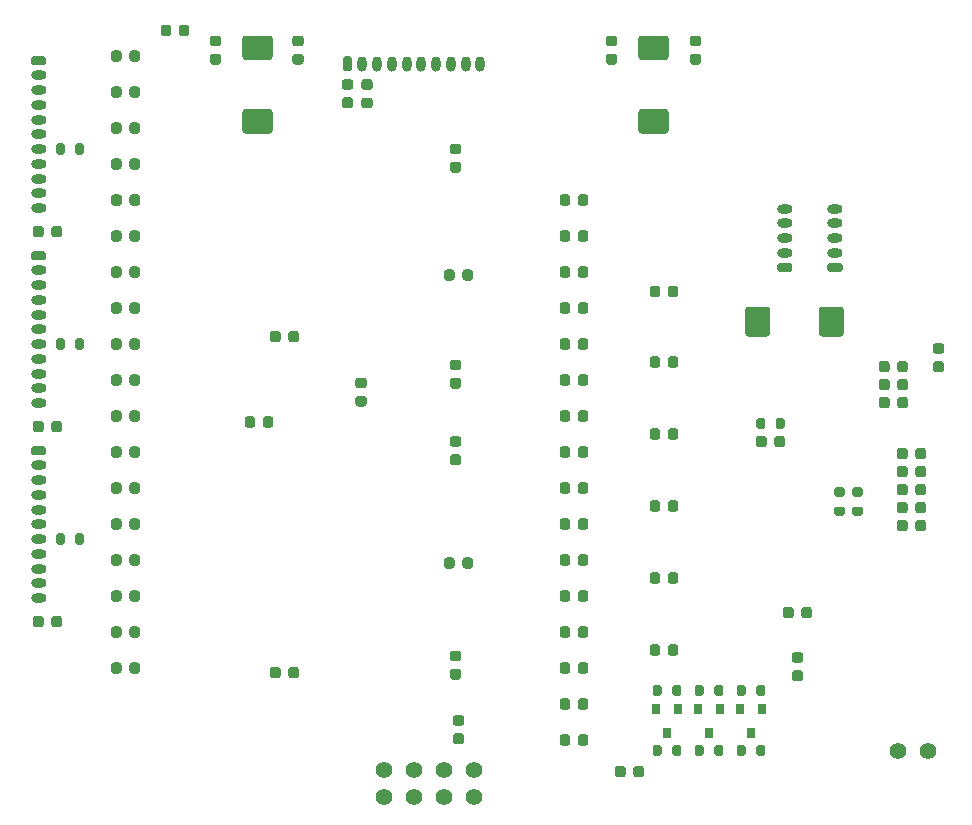
<source format=gbr>
%TF.GenerationSoftware,KiCad,Pcbnew,(5.1.10)-1*%
%TF.CreationDate,2023-08-20T09:24:49-05:00*%
%TF.ProjectId,brs_flight_computer,6272735f-666c-4696-9768-745f636f6d70,A*%
%TF.SameCoordinates,Original*%
%TF.FileFunction,Soldermask,Bot*%
%TF.FilePolarity,Negative*%
%FSLAX46Y46*%
G04 Gerber Fmt 4.6, Leading zero omitted, Abs format (unit mm)*
G04 Created by KiCad (PCBNEW (5.1.10)-1) date 2023-08-20 09:24:49*
%MOMM*%
%LPD*%
G01*
G04 APERTURE LIST*
%ADD10O,0.800000X1.300000*%
%ADD11C,1.400000*%
%ADD12O,1.300000X0.800000*%
%ADD13R,0.800000X0.900000*%
G04 APERTURE END LIST*
%TO.C,C29*%
G36*
G01*
X116403000Y-126742000D02*
X116403000Y-126242000D01*
G75*
G02*
X116628000Y-126017000I225000J0D01*
G01*
X117078000Y-126017000D01*
G75*
G02*
X117303000Y-126242000I0J-225000D01*
G01*
X117303000Y-126742000D01*
G75*
G02*
X117078000Y-126967000I-225000J0D01*
G01*
X116628000Y-126967000D01*
G75*
G02*
X116403000Y-126742000I0J225000D01*
G01*
G37*
G36*
G01*
X114853000Y-126742000D02*
X114853000Y-126242000D01*
G75*
G02*
X115078000Y-126017000I225000J0D01*
G01*
X115528000Y-126017000D01*
G75*
G02*
X115753000Y-126242000I0J-225000D01*
G01*
X115753000Y-126742000D01*
G75*
G02*
X115528000Y-126967000I-225000J0D01*
G01*
X115078000Y-126967000D01*
G75*
G02*
X114853000Y-126742000I0J225000D01*
G01*
G37*
%TD*%
%TO.C,C28*%
G36*
G01*
X116403000Y-93722000D02*
X116403000Y-93222000D01*
G75*
G02*
X116628000Y-92997000I225000J0D01*
G01*
X117078000Y-92997000D01*
G75*
G02*
X117303000Y-93222000I0J-225000D01*
G01*
X117303000Y-93722000D01*
G75*
G02*
X117078000Y-93947000I-225000J0D01*
G01*
X116628000Y-93947000D01*
G75*
G02*
X116403000Y-93722000I0J225000D01*
G01*
G37*
G36*
G01*
X114853000Y-93722000D02*
X114853000Y-93222000D01*
G75*
G02*
X115078000Y-92997000I225000J0D01*
G01*
X115528000Y-92997000D01*
G75*
G02*
X115753000Y-93222000I0J-225000D01*
G01*
X115753000Y-93722000D01*
G75*
G02*
X115528000Y-93947000I-225000J0D01*
G01*
X115078000Y-93947000D01*
G75*
G02*
X114853000Y-93722000I0J225000D01*
G01*
G37*
%TD*%
%TO.C,C17*%
G36*
G01*
X116403000Y-110232000D02*
X116403000Y-109732000D01*
G75*
G02*
X116628000Y-109507000I225000J0D01*
G01*
X117078000Y-109507000D01*
G75*
G02*
X117303000Y-109732000I0J-225000D01*
G01*
X117303000Y-110232000D01*
G75*
G02*
X117078000Y-110457000I-225000J0D01*
G01*
X116628000Y-110457000D01*
G75*
G02*
X116403000Y-110232000I0J225000D01*
G01*
G37*
G36*
G01*
X114853000Y-110232000D02*
X114853000Y-109732000D01*
G75*
G02*
X115078000Y-109507000I225000J0D01*
G01*
X115528000Y-109507000D01*
G75*
G02*
X115753000Y-109732000I0J-225000D01*
G01*
X115753000Y-110232000D01*
G75*
G02*
X115528000Y-110457000I-225000J0D01*
G01*
X115078000Y-110457000D01*
G75*
G02*
X114853000Y-110232000I0J225000D01*
G01*
G37*
%TD*%
D10*
%TO.C,J3*%
X152728000Y-79248000D03*
X151478000Y-79248000D03*
X150228000Y-79248000D03*
X148978000Y-79248000D03*
X147728000Y-79248000D03*
X146478000Y-79248000D03*
X145228000Y-79248000D03*
X143978000Y-79248000D03*
X142728000Y-79248000D03*
G36*
G01*
X141078000Y-79698000D02*
X141078000Y-78798000D01*
G75*
G02*
X141278000Y-78598000I200000J0D01*
G01*
X141678000Y-78598000D01*
G75*
G02*
X141878000Y-78798000I0J-200000D01*
G01*
X141878000Y-79698000D01*
G75*
G02*
X141678000Y-79898000I-200000J0D01*
G01*
X141278000Y-79898000D01*
G75*
G02*
X141078000Y-79698000I0J200000D01*
G01*
G37*
%TD*%
D11*
%TO.C,TP24*%
X188087000Y-137414000D03*
X190627000Y-137414000D03*
%TD*%
%TO.C,TP17*%
X152146000Y-141351000D03*
X149606000Y-141351000D03*
%TD*%
%TO.C,TP16*%
X147066000Y-141351000D03*
X144526000Y-141351000D03*
%TD*%
%TO.C,TP7*%
X147066000Y-139065000D03*
X144526000Y-139065000D03*
%TD*%
%TO.C,TP6*%
X152146000Y-139065000D03*
X149606000Y-139065000D03*
%TD*%
D12*
%TO.C,J2*%
X178498500Y-91520000D03*
X178498500Y-92770000D03*
X178498500Y-94020000D03*
X178498500Y-95270000D03*
G36*
G01*
X178948500Y-96920000D02*
X178048500Y-96920000D01*
G75*
G02*
X177848500Y-96720000I0J200000D01*
G01*
X177848500Y-96320000D01*
G75*
G02*
X178048500Y-96120000I200000J0D01*
G01*
X178948500Y-96120000D01*
G75*
G02*
X179148500Y-96320000I0J-200000D01*
G01*
X179148500Y-96720000D01*
G75*
G02*
X178948500Y-96920000I-200000J0D01*
G01*
G37*
%TD*%
%TO.C,J1*%
X182753000Y-91520000D03*
X182753000Y-92770000D03*
X182753000Y-94020000D03*
X182753000Y-95270000D03*
G36*
G01*
X183203000Y-96920000D02*
X182303000Y-96920000D01*
G75*
G02*
X182103000Y-96720000I0J200000D01*
G01*
X182103000Y-96320000D01*
G75*
G02*
X182303000Y-96120000I200000J0D01*
G01*
X183203000Y-96120000D01*
G75*
G02*
X183403000Y-96320000I0J-200000D01*
G01*
X183403000Y-96720000D01*
G75*
G02*
X183203000Y-96920000I-200000J0D01*
G01*
G37*
%TD*%
%TO.C,J14*%
X115316000Y-108004000D03*
X115316000Y-106754000D03*
X115316000Y-105504000D03*
X115316000Y-104254000D03*
X115316000Y-103004000D03*
X115316000Y-101754000D03*
X115316000Y-100504000D03*
X115316000Y-99254000D03*
X115316000Y-98004000D03*
X115316000Y-96754000D03*
G36*
G01*
X114866000Y-95104000D02*
X115766000Y-95104000D01*
G75*
G02*
X115966000Y-95304000I0J-200000D01*
G01*
X115966000Y-95704000D01*
G75*
G02*
X115766000Y-95904000I-200000J0D01*
G01*
X114866000Y-95904000D01*
G75*
G02*
X114666000Y-95704000I0J200000D01*
G01*
X114666000Y-95304000D01*
G75*
G02*
X114866000Y-95104000I200000J0D01*
G01*
G37*
%TD*%
%TO.C,J13*%
X115316000Y-91494000D03*
X115316000Y-90244000D03*
X115316000Y-88994000D03*
X115316000Y-87744000D03*
X115316000Y-86494000D03*
X115316000Y-85244000D03*
X115316000Y-83994000D03*
X115316000Y-82744000D03*
X115316000Y-81494000D03*
X115316000Y-80244000D03*
G36*
G01*
X114866000Y-78594000D02*
X115766000Y-78594000D01*
G75*
G02*
X115966000Y-78794000I0J-200000D01*
G01*
X115966000Y-79194000D01*
G75*
G02*
X115766000Y-79394000I-200000J0D01*
G01*
X114866000Y-79394000D01*
G75*
G02*
X114666000Y-79194000I0J200000D01*
G01*
X114666000Y-78794000D01*
G75*
G02*
X114866000Y-78594000I200000J0D01*
G01*
G37*
%TD*%
%TO.C,J10*%
X115316000Y-124514000D03*
X115316000Y-123264000D03*
X115316000Y-122014000D03*
X115316000Y-120764000D03*
X115316000Y-119514000D03*
X115316000Y-118264000D03*
X115316000Y-117014000D03*
X115316000Y-115764000D03*
X115316000Y-114514000D03*
X115316000Y-113264000D03*
G36*
G01*
X114866000Y-111614000D02*
X115766000Y-111614000D01*
G75*
G02*
X115966000Y-111814000I0J-200000D01*
G01*
X115966000Y-112214000D01*
G75*
G02*
X115766000Y-112414000I-200000J0D01*
G01*
X114866000Y-112414000D01*
G75*
G02*
X114666000Y-112214000I0J200000D01*
G01*
X114666000Y-111814000D01*
G75*
G02*
X114866000Y-111614000I200000J0D01*
G01*
G37*
%TD*%
%TO.C,R80*%
G36*
G01*
X168954000Y-137689000D02*
X168954000Y-137139000D01*
G75*
G02*
X169154000Y-136939000I200000J0D01*
G01*
X169554000Y-136939000D01*
G75*
G02*
X169754000Y-137139000I0J-200000D01*
G01*
X169754000Y-137689000D01*
G75*
G02*
X169554000Y-137889000I-200000J0D01*
G01*
X169154000Y-137889000D01*
G75*
G02*
X168954000Y-137689000I0J200000D01*
G01*
G37*
G36*
G01*
X167304000Y-137689000D02*
X167304000Y-137139000D01*
G75*
G02*
X167504000Y-136939000I200000J0D01*
G01*
X167904000Y-136939000D01*
G75*
G02*
X168104000Y-137139000I0J-200000D01*
G01*
X168104000Y-137689000D01*
G75*
G02*
X167904000Y-137889000I-200000J0D01*
G01*
X167504000Y-137889000D01*
G75*
G02*
X167304000Y-137689000I0J200000D01*
G01*
G37*
%TD*%
%TO.C,R78*%
G36*
G01*
X168104000Y-132059000D02*
X168104000Y-132609000D01*
G75*
G02*
X167904000Y-132809000I-200000J0D01*
G01*
X167504000Y-132809000D01*
G75*
G02*
X167304000Y-132609000I0J200000D01*
G01*
X167304000Y-132059000D01*
G75*
G02*
X167504000Y-131859000I200000J0D01*
G01*
X167904000Y-131859000D01*
G75*
G02*
X168104000Y-132059000I0J-200000D01*
G01*
G37*
G36*
G01*
X169754000Y-132059000D02*
X169754000Y-132609000D01*
G75*
G02*
X169554000Y-132809000I-200000J0D01*
G01*
X169154000Y-132809000D01*
G75*
G02*
X168954000Y-132609000I0J200000D01*
G01*
X168954000Y-132059000D01*
G75*
G02*
X169154000Y-131859000I200000J0D01*
G01*
X169554000Y-131859000D01*
G75*
G02*
X169754000Y-132059000I0J-200000D01*
G01*
G37*
%TD*%
%TO.C,R77*%
G36*
G01*
X172510000Y-137689000D02*
X172510000Y-137139000D01*
G75*
G02*
X172710000Y-136939000I200000J0D01*
G01*
X173110000Y-136939000D01*
G75*
G02*
X173310000Y-137139000I0J-200000D01*
G01*
X173310000Y-137689000D01*
G75*
G02*
X173110000Y-137889000I-200000J0D01*
G01*
X172710000Y-137889000D01*
G75*
G02*
X172510000Y-137689000I0J200000D01*
G01*
G37*
G36*
G01*
X170860000Y-137689000D02*
X170860000Y-137139000D01*
G75*
G02*
X171060000Y-136939000I200000J0D01*
G01*
X171460000Y-136939000D01*
G75*
G02*
X171660000Y-137139000I0J-200000D01*
G01*
X171660000Y-137689000D01*
G75*
G02*
X171460000Y-137889000I-200000J0D01*
G01*
X171060000Y-137889000D01*
G75*
G02*
X170860000Y-137689000I0J200000D01*
G01*
G37*
%TD*%
%TO.C,R76*%
G36*
G01*
X171660000Y-132059000D02*
X171660000Y-132609000D01*
G75*
G02*
X171460000Y-132809000I-200000J0D01*
G01*
X171060000Y-132809000D01*
G75*
G02*
X170860000Y-132609000I0J200000D01*
G01*
X170860000Y-132059000D01*
G75*
G02*
X171060000Y-131859000I200000J0D01*
G01*
X171460000Y-131859000D01*
G75*
G02*
X171660000Y-132059000I0J-200000D01*
G01*
G37*
G36*
G01*
X173310000Y-132059000D02*
X173310000Y-132609000D01*
G75*
G02*
X173110000Y-132809000I-200000J0D01*
G01*
X172710000Y-132809000D01*
G75*
G02*
X172510000Y-132609000I0J200000D01*
G01*
X172510000Y-132059000D01*
G75*
G02*
X172710000Y-131859000I200000J0D01*
G01*
X173110000Y-131859000D01*
G75*
G02*
X173310000Y-132059000I0J-200000D01*
G01*
G37*
%TD*%
%TO.C,R75*%
G36*
G01*
X176066000Y-137689000D02*
X176066000Y-137139000D01*
G75*
G02*
X176266000Y-136939000I200000J0D01*
G01*
X176666000Y-136939000D01*
G75*
G02*
X176866000Y-137139000I0J-200000D01*
G01*
X176866000Y-137689000D01*
G75*
G02*
X176666000Y-137889000I-200000J0D01*
G01*
X176266000Y-137889000D01*
G75*
G02*
X176066000Y-137689000I0J200000D01*
G01*
G37*
G36*
G01*
X174416000Y-137689000D02*
X174416000Y-137139000D01*
G75*
G02*
X174616000Y-136939000I200000J0D01*
G01*
X175016000Y-136939000D01*
G75*
G02*
X175216000Y-137139000I0J-200000D01*
G01*
X175216000Y-137689000D01*
G75*
G02*
X175016000Y-137889000I-200000J0D01*
G01*
X174616000Y-137889000D01*
G75*
G02*
X174416000Y-137689000I0J200000D01*
G01*
G37*
%TD*%
%TO.C,R74*%
G36*
G01*
X175216000Y-132059000D02*
X175216000Y-132609000D01*
G75*
G02*
X175016000Y-132809000I-200000J0D01*
G01*
X174616000Y-132809000D01*
G75*
G02*
X174416000Y-132609000I0J200000D01*
G01*
X174416000Y-132059000D01*
G75*
G02*
X174616000Y-131859000I200000J0D01*
G01*
X175016000Y-131859000D01*
G75*
G02*
X175216000Y-132059000I0J-200000D01*
G01*
G37*
G36*
G01*
X176866000Y-132059000D02*
X176866000Y-132609000D01*
G75*
G02*
X176666000Y-132809000I-200000J0D01*
G01*
X176266000Y-132809000D01*
G75*
G02*
X176066000Y-132609000I0J200000D01*
G01*
X176066000Y-132059000D01*
G75*
G02*
X176266000Y-131859000I200000J0D01*
G01*
X176666000Y-131859000D01*
G75*
G02*
X176866000Y-132059000I0J-200000D01*
G01*
G37*
%TD*%
%TO.C,R73*%
G36*
G01*
X118408000Y-119782000D02*
X118408000Y-119232000D01*
G75*
G02*
X118608000Y-119032000I200000J0D01*
G01*
X119008000Y-119032000D01*
G75*
G02*
X119208000Y-119232000I0J-200000D01*
G01*
X119208000Y-119782000D01*
G75*
G02*
X119008000Y-119982000I-200000J0D01*
G01*
X118608000Y-119982000D01*
G75*
G02*
X118408000Y-119782000I0J200000D01*
G01*
G37*
G36*
G01*
X116758000Y-119782000D02*
X116758000Y-119232000D01*
G75*
G02*
X116958000Y-119032000I200000J0D01*
G01*
X117358000Y-119032000D01*
G75*
G02*
X117558000Y-119232000I0J-200000D01*
G01*
X117558000Y-119782000D01*
G75*
G02*
X117358000Y-119982000I-200000J0D01*
G01*
X116958000Y-119982000D01*
G75*
G02*
X116758000Y-119782000I0J200000D01*
G01*
G37*
%TD*%
%TO.C,R72*%
G36*
G01*
X118408000Y-103272000D02*
X118408000Y-102722000D01*
G75*
G02*
X118608000Y-102522000I200000J0D01*
G01*
X119008000Y-102522000D01*
G75*
G02*
X119208000Y-102722000I0J-200000D01*
G01*
X119208000Y-103272000D01*
G75*
G02*
X119008000Y-103472000I-200000J0D01*
G01*
X118608000Y-103472000D01*
G75*
G02*
X118408000Y-103272000I0J200000D01*
G01*
G37*
G36*
G01*
X116758000Y-103272000D02*
X116758000Y-102722000D01*
G75*
G02*
X116958000Y-102522000I200000J0D01*
G01*
X117358000Y-102522000D01*
G75*
G02*
X117558000Y-102722000I0J-200000D01*
G01*
X117558000Y-103272000D01*
G75*
G02*
X117358000Y-103472000I-200000J0D01*
G01*
X116958000Y-103472000D01*
G75*
G02*
X116758000Y-103272000I0J200000D01*
G01*
G37*
%TD*%
%TO.C,R71*%
G36*
G01*
X118408000Y-86762000D02*
X118408000Y-86212000D01*
G75*
G02*
X118608000Y-86012000I200000J0D01*
G01*
X119008000Y-86012000D01*
G75*
G02*
X119208000Y-86212000I0J-200000D01*
G01*
X119208000Y-86762000D01*
G75*
G02*
X119008000Y-86962000I-200000J0D01*
G01*
X118608000Y-86962000D01*
G75*
G02*
X118408000Y-86762000I0J200000D01*
G01*
G37*
G36*
G01*
X116758000Y-86762000D02*
X116758000Y-86212000D01*
G75*
G02*
X116958000Y-86012000I200000J0D01*
G01*
X117358000Y-86012000D01*
G75*
G02*
X117558000Y-86212000I0J-200000D01*
G01*
X117558000Y-86762000D01*
G75*
G02*
X117358000Y-86962000I-200000J0D01*
G01*
X116958000Y-86962000D01*
G75*
G02*
X116758000Y-86762000I0J200000D01*
G01*
G37*
%TD*%
%TO.C,R3*%
G36*
G01*
X176867000Y-109453000D02*
X176867000Y-110003000D01*
G75*
G02*
X176667000Y-110203000I-200000J0D01*
G01*
X176267000Y-110203000D01*
G75*
G02*
X176067000Y-110003000I0J200000D01*
G01*
X176067000Y-109453000D01*
G75*
G02*
X176267000Y-109253000I200000J0D01*
G01*
X176667000Y-109253000D01*
G75*
G02*
X176867000Y-109453000I0J-200000D01*
G01*
G37*
G36*
G01*
X178517000Y-109453000D02*
X178517000Y-110003000D01*
G75*
G02*
X178317000Y-110203000I-200000J0D01*
G01*
X177917000Y-110203000D01*
G75*
G02*
X177717000Y-110003000I0J200000D01*
G01*
X177717000Y-109453000D01*
G75*
G02*
X177917000Y-109253000I200000J0D01*
G01*
X178317000Y-109253000D01*
G75*
G02*
X178517000Y-109453000I0J-200000D01*
G01*
G37*
%TD*%
%TO.C,R2*%
G36*
G01*
X184383000Y-116757000D02*
X184933000Y-116757000D01*
G75*
G02*
X185133000Y-116957000I0J-200000D01*
G01*
X185133000Y-117357000D01*
G75*
G02*
X184933000Y-117557000I-200000J0D01*
G01*
X184383000Y-117557000D01*
G75*
G02*
X184183000Y-117357000I0J200000D01*
G01*
X184183000Y-116957000D01*
G75*
G02*
X184383000Y-116757000I200000J0D01*
G01*
G37*
G36*
G01*
X184383000Y-115107000D02*
X184933000Y-115107000D01*
G75*
G02*
X185133000Y-115307000I0J-200000D01*
G01*
X185133000Y-115707000D01*
G75*
G02*
X184933000Y-115907000I-200000J0D01*
G01*
X184383000Y-115907000D01*
G75*
G02*
X184183000Y-115707000I0J200000D01*
G01*
X184183000Y-115307000D01*
G75*
G02*
X184383000Y-115107000I200000J0D01*
G01*
G37*
%TD*%
%TO.C,R1*%
G36*
G01*
X182859000Y-116757000D02*
X183409000Y-116757000D01*
G75*
G02*
X183609000Y-116957000I0J-200000D01*
G01*
X183609000Y-117357000D01*
G75*
G02*
X183409000Y-117557000I-200000J0D01*
G01*
X182859000Y-117557000D01*
G75*
G02*
X182659000Y-117357000I0J200000D01*
G01*
X182659000Y-116957000D01*
G75*
G02*
X182859000Y-116757000I200000J0D01*
G01*
G37*
G36*
G01*
X182859000Y-115107000D02*
X183409000Y-115107000D01*
G75*
G02*
X183609000Y-115307000I0J-200000D01*
G01*
X183609000Y-115707000D01*
G75*
G02*
X183409000Y-115907000I-200000J0D01*
G01*
X182859000Y-115907000D01*
G75*
G02*
X182659000Y-115707000I0J200000D01*
G01*
X182659000Y-115307000D01*
G75*
G02*
X182859000Y-115107000I200000J0D01*
G01*
G37*
%TD*%
D13*
%TO.C,Q3*%
X168529000Y-135890000D03*
X169479000Y-133890000D03*
X167579000Y-133890000D03*
%TD*%
%TO.C,Q2*%
X172085000Y-135890000D03*
X173035000Y-133890000D03*
X171135000Y-133890000D03*
%TD*%
%TO.C,Q1*%
X175641000Y-135890000D03*
X176591000Y-133890000D03*
X174691000Y-133890000D03*
%TD*%
%TO.C,C110*%
G36*
G01*
X163580000Y-78430000D02*
X164080000Y-78430000D01*
G75*
G02*
X164305000Y-78655000I0J-225000D01*
G01*
X164305000Y-79105000D01*
G75*
G02*
X164080000Y-79330000I-225000J0D01*
G01*
X163580000Y-79330000D01*
G75*
G02*
X163355000Y-79105000I0J225000D01*
G01*
X163355000Y-78655000D01*
G75*
G02*
X163580000Y-78430000I225000J0D01*
G01*
G37*
G36*
G01*
X163580000Y-76880000D02*
X164080000Y-76880000D01*
G75*
G02*
X164305000Y-77105000I0J-225000D01*
G01*
X164305000Y-77555000D01*
G75*
G02*
X164080000Y-77780000I-225000J0D01*
G01*
X163580000Y-77780000D01*
G75*
G02*
X163355000Y-77555000I0J225000D01*
G01*
X163355000Y-77105000D01*
G75*
G02*
X163580000Y-76880000I225000J0D01*
G01*
G37*
%TD*%
%TO.C,C109*%
G36*
G01*
X170692000Y-78430000D02*
X171192000Y-78430000D01*
G75*
G02*
X171417000Y-78655000I0J-225000D01*
G01*
X171417000Y-79105000D01*
G75*
G02*
X171192000Y-79330000I-225000J0D01*
G01*
X170692000Y-79330000D01*
G75*
G02*
X170467000Y-79105000I0J225000D01*
G01*
X170467000Y-78655000D01*
G75*
G02*
X170692000Y-78430000I225000J0D01*
G01*
G37*
G36*
G01*
X170692000Y-76880000D02*
X171192000Y-76880000D01*
G75*
G02*
X171417000Y-77105000I0J-225000D01*
G01*
X171417000Y-77555000D01*
G75*
G02*
X171192000Y-77780000I-225000J0D01*
G01*
X170692000Y-77780000D01*
G75*
G02*
X170467000Y-77555000I0J225000D01*
G01*
X170467000Y-77105000D01*
G75*
G02*
X170692000Y-76880000I225000J0D01*
G01*
G37*
%TD*%
%TO.C,C108*%
G36*
G01*
X166361000Y-83101000D02*
X168411000Y-83101000D01*
G75*
G02*
X168661000Y-83351000I0J-250000D01*
G01*
X168661000Y-84926000D01*
G75*
G02*
X168411000Y-85176000I-250000J0D01*
G01*
X166361000Y-85176000D01*
G75*
G02*
X166111000Y-84926000I0J250000D01*
G01*
X166111000Y-83351000D01*
G75*
G02*
X166361000Y-83101000I250000J0D01*
G01*
G37*
G36*
G01*
X166361000Y-76876000D02*
X168411000Y-76876000D01*
G75*
G02*
X168661000Y-77126000I0J-250000D01*
G01*
X168661000Y-78701000D01*
G75*
G02*
X168411000Y-78951000I-250000J0D01*
G01*
X166361000Y-78951000D01*
G75*
G02*
X166111000Y-78701000I0J250000D01*
G01*
X166111000Y-77126000D01*
G75*
G02*
X166361000Y-76876000I250000J0D01*
G01*
G37*
%TD*%
%TO.C,C107*%
G36*
G01*
X130052000Y-78430000D02*
X130552000Y-78430000D01*
G75*
G02*
X130777000Y-78655000I0J-225000D01*
G01*
X130777000Y-79105000D01*
G75*
G02*
X130552000Y-79330000I-225000J0D01*
G01*
X130052000Y-79330000D01*
G75*
G02*
X129827000Y-79105000I0J225000D01*
G01*
X129827000Y-78655000D01*
G75*
G02*
X130052000Y-78430000I225000J0D01*
G01*
G37*
G36*
G01*
X130052000Y-76880000D02*
X130552000Y-76880000D01*
G75*
G02*
X130777000Y-77105000I0J-225000D01*
G01*
X130777000Y-77555000D01*
G75*
G02*
X130552000Y-77780000I-225000J0D01*
G01*
X130052000Y-77780000D01*
G75*
G02*
X129827000Y-77555000I0J225000D01*
G01*
X129827000Y-77105000D01*
G75*
G02*
X130052000Y-76880000I225000J0D01*
G01*
G37*
%TD*%
%TO.C,C106*%
G36*
G01*
X137037000Y-78430000D02*
X137537000Y-78430000D01*
G75*
G02*
X137762000Y-78655000I0J-225000D01*
G01*
X137762000Y-79105000D01*
G75*
G02*
X137537000Y-79330000I-225000J0D01*
G01*
X137037000Y-79330000D01*
G75*
G02*
X136812000Y-79105000I0J225000D01*
G01*
X136812000Y-78655000D01*
G75*
G02*
X137037000Y-78430000I225000J0D01*
G01*
G37*
G36*
G01*
X137037000Y-76880000D02*
X137537000Y-76880000D01*
G75*
G02*
X137762000Y-77105000I0J-225000D01*
G01*
X137762000Y-77555000D01*
G75*
G02*
X137537000Y-77780000I-225000J0D01*
G01*
X137037000Y-77780000D01*
G75*
G02*
X136812000Y-77555000I0J225000D01*
G01*
X136812000Y-77105000D01*
G75*
G02*
X137037000Y-76880000I225000J0D01*
G01*
G37*
%TD*%
%TO.C,C105*%
G36*
G01*
X132833000Y-83101000D02*
X134883000Y-83101000D01*
G75*
G02*
X135133000Y-83351000I0J-250000D01*
G01*
X135133000Y-84926000D01*
G75*
G02*
X134883000Y-85176000I-250000J0D01*
G01*
X132833000Y-85176000D01*
G75*
G02*
X132583000Y-84926000I0J250000D01*
G01*
X132583000Y-83351000D01*
G75*
G02*
X132833000Y-83101000I250000J0D01*
G01*
G37*
G36*
G01*
X132833000Y-76876000D02*
X134883000Y-76876000D01*
G75*
G02*
X135133000Y-77126000I0J-250000D01*
G01*
X135133000Y-78701000D01*
G75*
G02*
X134883000Y-78951000I-250000J0D01*
G01*
X132833000Y-78951000D01*
G75*
G02*
X132583000Y-78701000I0J250000D01*
G01*
X132583000Y-77126000D01*
G75*
G02*
X132833000Y-76876000I250000J0D01*
G01*
G37*
%TD*%
%TO.C,C104*%
G36*
G01*
X165679000Y-139442000D02*
X165679000Y-138942000D01*
G75*
G02*
X165904000Y-138717000I225000J0D01*
G01*
X166354000Y-138717000D01*
G75*
G02*
X166579000Y-138942000I0J-225000D01*
G01*
X166579000Y-139442000D01*
G75*
G02*
X166354000Y-139667000I-225000J0D01*
G01*
X165904000Y-139667000D01*
G75*
G02*
X165679000Y-139442000I0J225000D01*
G01*
G37*
G36*
G01*
X164129000Y-139442000D02*
X164129000Y-138942000D01*
G75*
G02*
X164354000Y-138717000I225000J0D01*
G01*
X164804000Y-138717000D01*
G75*
G02*
X165029000Y-138942000I0J-225000D01*
G01*
X165029000Y-139442000D01*
G75*
G02*
X164804000Y-139667000I-225000J0D01*
G01*
X164354000Y-139667000D01*
G75*
G02*
X164129000Y-139442000I0J225000D01*
G01*
G37*
%TD*%
%TO.C,C101*%
G36*
G01*
X142879000Y-82126000D02*
X143379000Y-82126000D01*
G75*
G02*
X143604000Y-82351000I0J-225000D01*
G01*
X143604000Y-82801000D01*
G75*
G02*
X143379000Y-83026000I-225000J0D01*
G01*
X142879000Y-83026000D01*
G75*
G02*
X142654000Y-82801000I0J225000D01*
G01*
X142654000Y-82351000D01*
G75*
G02*
X142879000Y-82126000I225000J0D01*
G01*
G37*
G36*
G01*
X142879000Y-80576000D02*
X143379000Y-80576000D01*
G75*
G02*
X143604000Y-80801000I0J-225000D01*
G01*
X143604000Y-81251000D01*
G75*
G02*
X143379000Y-81476000I-225000J0D01*
G01*
X142879000Y-81476000D01*
G75*
G02*
X142654000Y-81251000I0J225000D01*
G01*
X142654000Y-80801000D01*
G75*
G02*
X142879000Y-80576000I225000J0D01*
G01*
G37*
%TD*%
%TO.C,C100*%
G36*
G01*
X141228000Y-82113000D02*
X141728000Y-82113000D01*
G75*
G02*
X141953000Y-82338000I0J-225000D01*
G01*
X141953000Y-82788000D01*
G75*
G02*
X141728000Y-83013000I-225000J0D01*
G01*
X141228000Y-83013000D01*
G75*
G02*
X141003000Y-82788000I0J225000D01*
G01*
X141003000Y-82338000D01*
G75*
G02*
X141228000Y-82113000I225000J0D01*
G01*
G37*
G36*
G01*
X141228000Y-80563000D02*
X141728000Y-80563000D01*
G75*
G02*
X141953000Y-80788000I0J-225000D01*
G01*
X141953000Y-81238000D01*
G75*
G02*
X141728000Y-81463000I-225000J0D01*
G01*
X141228000Y-81463000D01*
G75*
G02*
X141003000Y-81238000I0J225000D01*
G01*
X141003000Y-80788000D01*
G75*
G02*
X141228000Y-80563000I225000J0D01*
G01*
G37*
%TD*%
%TO.C,C99*%
G36*
G01*
X134310000Y-109851000D02*
X134310000Y-109351000D01*
G75*
G02*
X134535000Y-109126000I225000J0D01*
G01*
X134985000Y-109126000D01*
G75*
G02*
X135210000Y-109351000I0J-225000D01*
G01*
X135210000Y-109851000D01*
G75*
G02*
X134985000Y-110076000I-225000J0D01*
G01*
X134535000Y-110076000D01*
G75*
G02*
X134310000Y-109851000I0J225000D01*
G01*
G37*
G36*
G01*
X132760000Y-109851000D02*
X132760000Y-109351000D01*
G75*
G02*
X132985000Y-109126000I225000J0D01*
G01*
X133435000Y-109126000D01*
G75*
G02*
X133660000Y-109351000I0J-225000D01*
G01*
X133660000Y-109851000D01*
G75*
G02*
X133435000Y-110076000I-225000J0D01*
G01*
X132985000Y-110076000D01*
G75*
G02*
X132760000Y-109851000I0J225000D01*
G01*
G37*
%TD*%
%TO.C,C97*%
G36*
G01*
X122357000Y-108843000D02*
X122357000Y-109343000D01*
G75*
G02*
X122132000Y-109568000I-225000J0D01*
G01*
X121682000Y-109568000D01*
G75*
G02*
X121457000Y-109343000I0J225000D01*
G01*
X121457000Y-108843000D01*
G75*
G02*
X121682000Y-108618000I225000J0D01*
G01*
X122132000Y-108618000D01*
G75*
G02*
X122357000Y-108843000I0J-225000D01*
G01*
G37*
G36*
G01*
X123907000Y-108843000D02*
X123907000Y-109343000D01*
G75*
G02*
X123682000Y-109568000I-225000J0D01*
G01*
X123232000Y-109568000D01*
G75*
G02*
X123007000Y-109343000I0J225000D01*
G01*
X123007000Y-108843000D01*
G75*
G02*
X123232000Y-108618000I225000J0D01*
G01*
X123682000Y-108618000D01*
G75*
G02*
X123907000Y-108843000I0J-225000D01*
G01*
G37*
%TD*%
%TO.C,C96*%
G36*
G01*
X122357000Y-93603000D02*
X122357000Y-94103000D01*
G75*
G02*
X122132000Y-94328000I-225000J0D01*
G01*
X121682000Y-94328000D01*
G75*
G02*
X121457000Y-94103000I0J225000D01*
G01*
X121457000Y-93603000D01*
G75*
G02*
X121682000Y-93378000I225000J0D01*
G01*
X122132000Y-93378000D01*
G75*
G02*
X122357000Y-93603000I0J-225000D01*
G01*
G37*
G36*
G01*
X123907000Y-93603000D02*
X123907000Y-94103000D01*
G75*
G02*
X123682000Y-94328000I-225000J0D01*
G01*
X123232000Y-94328000D01*
G75*
G02*
X123007000Y-94103000I0J225000D01*
G01*
X123007000Y-93603000D01*
G75*
G02*
X123232000Y-93378000I225000J0D01*
G01*
X123682000Y-93378000D01*
G75*
G02*
X123907000Y-93603000I0J-225000D01*
G01*
G37*
%TD*%
%TO.C,C93*%
G36*
G01*
X122357000Y-130179000D02*
X122357000Y-130679000D01*
G75*
G02*
X122132000Y-130904000I-225000J0D01*
G01*
X121682000Y-130904000D01*
G75*
G02*
X121457000Y-130679000I0J225000D01*
G01*
X121457000Y-130179000D01*
G75*
G02*
X121682000Y-129954000I225000J0D01*
G01*
X122132000Y-129954000D01*
G75*
G02*
X122357000Y-130179000I0J-225000D01*
G01*
G37*
G36*
G01*
X123907000Y-130179000D02*
X123907000Y-130679000D01*
G75*
G02*
X123682000Y-130904000I-225000J0D01*
G01*
X123232000Y-130904000D01*
G75*
G02*
X123007000Y-130679000I0J225000D01*
G01*
X123007000Y-130179000D01*
G75*
G02*
X123232000Y-129954000I225000J0D01*
G01*
X123682000Y-129954000D01*
G75*
G02*
X123907000Y-130179000I0J-225000D01*
G01*
G37*
%TD*%
%TO.C,C92*%
G36*
G01*
X122370000Y-90555000D02*
X122370000Y-91055000D01*
G75*
G02*
X122145000Y-91280000I-225000J0D01*
G01*
X121695000Y-91280000D01*
G75*
G02*
X121470000Y-91055000I0J225000D01*
G01*
X121470000Y-90555000D01*
G75*
G02*
X121695000Y-90330000I225000J0D01*
G01*
X122145000Y-90330000D01*
G75*
G02*
X122370000Y-90555000I0J-225000D01*
G01*
G37*
G36*
G01*
X123920000Y-90555000D02*
X123920000Y-91055000D01*
G75*
G02*
X123695000Y-91280000I-225000J0D01*
G01*
X123245000Y-91280000D01*
G75*
G02*
X123020000Y-91055000I0J225000D01*
G01*
X123020000Y-90555000D01*
G75*
G02*
X123245000Y-90330000I225000J0D01*
G01*
X123695000Y-90330000D01*
G75*
G02*
X123920000Y-90555000I0J-225000D01*
G01*
G37*
%TD*%
%TO.C,C91*%
G36*
G01*
X142371000Y-107386000D02*
X142871000Y-107386000D01*
G75*
G02*
X143096000Y-107611000I0J-225000D01*
G01*
X143096000Y-108061000D01*
G75*
G02*
X142871000Y-108286000I-225000J0D01*
G01*
X142371000Y-108286000D01*
G75*
G02*
X142146000Y-108061000I0J225000D01*
G01*
X142146000Y-107611000D01*
G75*
G02*
X142371000Y-107386000I225000J0D01*
G01*
G37*
G36*
G01*
X142371000Y-105836000D02*
X142871000Y-105836000D01*
G75*
G02*
X143096000Y-106061000I0J-225000D01*
G01*
X143096000Y-106511000D01*
G75*
G02*
X142871000Y-106736000I-225000J0D01*
G01*
X142371000Y-106736000D01*
G75*
G02*
X142146000Y-106511000I0J225000D01*
G01*
X142146000Y-106061000D01*
G75*
G02*
X142371000Y-105836000I225000J0D01*
G01*
G37*
%TD*%
%TO.C,C90*%
G36*
G01*
X122357000Y-121035000D02*
X122357000Y-121535000D01*
G75*
G02*
X122132000Y-121760000I-225000J0D01*
G01*
X121682000Y-121760000D01*
G75*
G02*
X121457000Y-121535000I0J225000D01*
G01*
X121457000Y-121035000D01*
G75*
G02*
X121682000Y-120810000I225000J0D01*
G01*
X122132000Y-120810000D01*
G75*
G02*
X122357000Y-121035000I0J-225000D01*
G01*
G37*
G36*
G01*
X123907000Y-121035000D02*
X123907000Y-121535000D01*
G75*
G02*
X123682000Y-121760000I-225000J0D01*
G01*
X123232000Y-121760000D01*
G75*
G02*
X123007000Y-121535000I0J225000D01*
G01*
X123007000Y-121035000D01*
G75*
G02*
X123232000Y-120810000I225000J0D01*
G01*
X123682000Y-120810000D01*
G75*
G02*
X123907000Y-121035000I0J-225000D01*
G01*
G37*
%TD*%
%TO.C,C89*%
G36*
G01*
X122357000Y-105795000D02*
X122357000Y-106295000D01*
G75*
G02*
X122132000Y-106520000I-225000J0D01*
G01*
X121682000Y-106520000D01*
G75*
G02*
X121457000Y-106295000I0J225000D01*
G01*
X121457000Y-105795000D01*
G75*
G02*
X121682000Y-105570000I225000J0D01*
G01*
X122132000Y-105570000D01*
G75*
G02*
X122357000Y-105795000I0J-225000D01*
G01*
G37*
G36*
G01*
X123907000Y-105795000D02*
X123907000Y-106295000D01*
G75*
G02*
X123682000Y-106520000I-225000J0D01*
G01*
X123232000Y-106520000D01*
G75*
G02*
X123007000Y-106295000I0J225000D01*
G01*
X123007000Y-105795000D01*
G75*
G02*
X123232000Y-105570000I225000J0D01*
G01*
X123682000Y-105570000D01*
G75*
G02*
X123907000Y-105795000I0J-225000D01*
G01*
G37*
%TD*%
%TO.C,C88*%
G36*
G01*
X122357000Y-87507000D02*
X122357000Y-88007000D01*
G75*
G02*
X122132000Y-88232000I-225000J0D01*
G01*
X121682000Y-88232000D01*
G75*
G02*
X121457000Y-88007000I0J225000D01*
G01*
X121457000Y-87507000D01*
G75*
G02*
X121682000Y-87282000I225000J0D01*
G01*
X122132000Y-87282000D01*
G75*
G02*
X122357000Y-87507000I0J-225000D01*
G01*
G37*
G36*
G01*
X123907000Y-87507000D02*
X123907000Y-88007000D01*
G75*
G02*
X123682000Y-88232000I-225000J0D01*
G01*
X123232000Y-88232000D01*
G75*
G02*
X123007000Y-88007000I0J225000D01*
G01*
X123007000Y-87507000D01*
G75*
G02*
X123232000Y-87282000I225000J0D01*
G01*
X123682000Y-87282000D01*
G75*
G02*
X123907000Y-87507000I0J-225000D01*
G01*
G37*
%TD*%
%TO.C,C86*%
G36*
G01*
X122357000Y-117987000D02*
X122357000Y-118487000D01*
G75*
G02*
X122132000Y-118712000I-225000J0D01*
G01*
X121682000Y-118712000D01*
G75*
G02*
X121457000Y-118487000I0J225000D01*
G01*
X121457000Y-117987000D01*
G75*
G02*
X121682000Y-117762000I225000J0D01*
G01*
X122132000Y-117762000D01*
G75*
G02*
X122357000Y-117987000I0J-225000D01*
G01*
G37*
G36*
G01*
X123907000Y-117987000D02*
X123907000Y-118487000D01*
G75*
G02*
X123682000Y-118712000I-225000J0D01*
G01*
X123232000Y-118712000D01*
G75*
G02*
X123007000Y-118487000I0J225000D01*
G01*
X123007000Y-117987000D01*
G75*
G02*
X123232000Y-117762000I225000J0D01*
G01*
X123682000Y-117762000D01*
G75*
G02*
X123907000Y-117987000I0J-225000D01*
G01*
G37*
%TD*%
%TO.C,C85*%
G36*
G01*
X122357000Y-102747000D02*
X122357000Y-103247000D01*
G75*
G02*
X122132000Y-103472000I-225000J0D01*
G01*
X121682000Y-103472000D01*
G75*
G02*
X121457000Y-103247000I0J225000D01*
G01*
X121457000Y-102747000D01*
G75*
G02*
X121682000Y-102522000I225000J0D01*
G01*
X122132000Y-102522000D01*
G75*
G02*
X122357000Y-102747000I0J-225000D01*
G01*
G37*
G36*
G01*
X123907000Y-102747000D02*
X123907000Y-103247000D01*
G75*
G02*
X123682000Y-103472000I-225000J0D01*
G01*
X123232000Y-103472000D01*
G75*
G02*
X123007000Y-103247000I0J225000D01*
G01*
X123007000Y-102747000D01*
G75*
G02*
X123232000Y-102522000I225000J0D01*
G01*
X123682000Y-102522000D01*
G75*
G02*
X123907000Y-102747000I0J-225000D01*
G01*
G37*
%TD*%
%TO.C,C84*%
G36*
G01*
X122357000Y-84459000D02*
X122357000Y-84959000D01*
G75*
G02*
X122132000Y-85184000I-225000J0D01*
G01*
X121682000Y-85184000D01*
G75*
G02*
X121457000Y-84959000I0J225000D01*
G01*
X121457000Y-84459000D01*
G75*
G02*
X121682000Y-84234000I225000J0D01*
G01*
X122132000Y-84234000D01*
G75*
G02*
X122357000Y-84459000I0J-225000D01*
G01*
G37*
G36*
G01*
X123907000Y-84459000D02*
X123907000Y-84959000D01*
G75*
G02*
X123682000Y-85184000I-225000J0D01*
G01*
X123232000Y-85184000D01*
G75*
G02*
X123007000Y-84959000I0J225000D01*
G01*
X123007000Y-84459000D01*
G75*
G02*
X123232000Y-84234000I225000J0D01*
G01*
X123682000Y-84234000D01*
G75*
G02*
X123907000Y-84459000I0J-225000D01*
G01*
G37*
%TD*%
%TO.C,C83*%
G36*
G01*
X136469000Y-131060000D02*
X136469000Y-130560000D01*
G75*
G02*
X136694000Y-130335000I225000J0D01*
G01*
X137144000Y-130335000D01*
G75*
G02*
X137369000Y-130560000I0J-225000D01*
G01*
X137369000Y-131060000D01*
G75*
G02*
X137144000Y-131285000I-225000J0D01*
G01*
X136694000Y-131285000D01*
G75*
G02*
X136469000Y-131060000I0J225000D01*
G01*
G37*
G36*
G01*
X134919000Y-131060000D02*
X134919000Y-130560000D01*
G75*
G02*
X135144000Y-130335000I225000J0D01*
G01*
X135594000Y-130335000D01*
G75*
G02*
X135819000Y-130560000I0J-225000D01*
G01*
X135819000Y-131060000D01*
G75*
G02*
X135594000Y-131285000I-225000J0D01*
G01*
X135144000Y-131285000D01*
G75*
G02*
X134919000Y-131060000I0J225000D01*
G01*
G37*
%TD*%
%TO.C,C82*%
G36*
G01*
X122357000Y-127131000D02*
X122357000Y-127631000D01*
G75*
G02*
X122132000Y-127856000I-225000J0D01*
G01*
X121682000Y-127856000D01*
G75*
G02*
X121457000Y-127631000I0J225000D01*
G01*
X121457000Y-127131000D01*
G75*
G02*
X121682000Y-126906000I225000J0D01*
G01*
X122132000Y-126906000D01*
G75*
G02*
X122357000Y-127131000I0J-225000D01*
G01*
G37*
G36*
G01*
X123907000Y-127131000D02*
X123907000Y-127631000D01*
G75*
G02*
X123682000Y-127856000I-225000J0D01*
G01*
X123232000Y-127856000D01*
G75*
G02*
X123007000Y-127631000I0J225000D01*
G01*
X123007000Y-127131000D01*
G75*
G02*
X123232000Y-126906000I225000J0D01*
G01*
X123682000Y-126906000D01*
G75*
G02*
X123907000Y-127131000I0J-225000D01*
G01*
G37*
%TD*%
%TO.C,C81*%
G36*
G01*
X122357000Y-114939000D02*
X122357000Y-115439000D01*
G75*
G02*
X122132000Y-115664000I-225000J0D01*
G01*
X121682000Y-115664000D01*
G75*
G02*
X121457000Y-115439000I0J225000D01*
G01*
X121457000Y-114939000D01*
G75*
G02*
X121682000Y-114714000I225000J0D01*
G01*
X122132000Y-114714000D01*
G75*
G02*
X122357000Y-114939000I0J-225000D01*
G01*
G37*
G36*
G01*
X123907000Y-114939000D02*
X123907000Y-115439000D01*
G75*
G02*
X123682000Y-115664000I-225000J0D01*
G01*
X123232000Y-115664000D01*
G75*
G02*
X123007000Y-115439000I0J225000D01*
G01*
X123007000Y-114939000D01*
G75*
G02*
X123232000Y-114714000I225000J0D01*
G01*
X123682000Y-114714000D01*
G75*
G02*
X123907000Y-114939000I0J-225000D01*
G01*
G37*
%TD*%
%TO.C,C80*%
G36*
G01*
X122357000Y-99699000D02*
X122357000Y-100199000D01*
G75*
G02*
X122132000Y-100424000I-225000J0D01*
G01*
X121682000Y-100424000D01*
G75*
G02*
X121457000Y-100199000I0J225000D01*
G01*
X121457000Y-99699000D01*
G75*
G02*
X121682000Y-99474000I225000J0D01*
G01*
X122132000Y-99474000D01*
G75*
G02*
X122357000Y-99699000I0J-225000D01*
G01*
G37*
G36*
G01*
X123907000Y-99699000D02*
X123907000Y-100199000D01*
G75*
G02*
X123682000Y-100424000I-225000J0D01*
G01*
X123232000Y-100424000D01*
G75*
G02*
X123007000Y-100199000I0J225000D01*
G01*
X123007000Y-99699000D01*
G75*
G02*
X123232000Y-99474000I225000J0D01*
G01*
X123682000Y-99474000D01*
G75*
G02*
X123907000Y-99699000I0J-225000D01*
G01*
G37*
%TD*%
%TO.C,C79*%
G36*
G01*
X122357000Y-81411000D02*
X122357000Y-81911000D01*
G75*
G02*
X122132000Y-82136000I-225000J0D01*
G01*
X121682000Y-82136000D01*
G75*
G02*
X121457000Y-81911000I0J225000D01*
G01*
X121457000Y-81411000D01*
G75*
G02*
X121682000Y-81186000I225000J0D01*
G01*
X122132000Y-81186000D01*
G75*
G02*
X122357000Y-81411000I0J-225000D01*
G01*
G37*
G36*
G01*
X123907000Y-81411000D02*
X123907000Y-81911000D01*
G75*
G02*
X123682000Y-82136000I-225000J0D01*
G01*
X123232000Y-82136000D01*
G75*
G02*
X123007000Y-81911000I0J225000D01*
G01*
X123007000Y-81411000D01*
G75*
G02*
X123232000Y-81186000I225000J0D01*
G01*
X123682000Y-81186000D01*
G75*
G02*
X123907000Y-81411000I0J-225000D01*
G01*
G37*
%TD*%
%TO.C,C78*%
G36*
G01*
X136469000Y-102612000D02*
X136469000Y-102112000D01*
G75*
G02*
X136694000Y-101887000I225000J0D01*
G01*
X137144000Y-101887000D01*
G75*
G02*
X137369000Y-102112000I0J-225000D01*
G01*
X137369000Y-102612000D01*
G75*
G02*
X137144000Y-102837000I-225000J0D01*
G01*
X136694000Y-102837000D01*
G75*
G02*
X136469000Y-102612000I0J225000D01*
G01*
G37*
G36*
G01*
X134919000Y-102612000D02*
X134919000Y-102112000D01*
G75*
G02*
X135144000Y-101887000I225000J0D01*
G01*
X135594000Y-101887000D01*
G75*
G02*
X135819000Y-102112000I0J-225000D01*
G01*
X135819000Y-102612000D01*
G75*
G02*
X135594000Y-102837000I-225000J0D01*
G01*
X135144000Y-102837000D01*
G75*
G02*
X134919000Y-102612000I0J225000D01*
G01*
G37*
%TD*%
%TO.C,C77*%
G36*
G01*
X122357000Y-124083000D02*
X122357000Y-124583000D01*
G75*
G02*
X122132000Y-124808000I-225000J0D01*
G01*
X121682000Y-124808000D01*
G75*
G02*
X121457000Y-124583000I0J225000D01*
G01*
X121457000Y-124083000D01*
G75*
G02*
X121682000Y-123858000I225000J0D01*
G01*
X122132000Y-123858000D01*
G75*
G02*
X122357000Y-124083000I0J-225000D01*
G01*
G37*
G36*
G01*
X123907000Y-124083000D02*
X123907000Y-124583000D01*
G75*
G02*
X123682000Y-124808000I-225000J0D01*
G01*
X123232000Y-124808000D01*
G75*
G02*
X123007000Y-124583000I0J225000D01*
G01*
X123007000Y-124083000D01*
G75*
G02*
X123232000Y-123858000I225000J0D01*
G01*
X123682000Y-123858000D01*
G75*
G02*
X123907000Y-124083000I0J-225000D01*
G01*
G37*
%TD*%
%TO.C,C76*%
G36*
G01*
X122357000Y-111891000D02*
X122357000Y-112391000D01*
G75*
G02*
X122132000Y-112616000I-225000J0D01*
G01*
X121682000Y-112616000D01*
G75*
G02*
X121457000Y-112391000I0J225000D01*
G01*
X121457000Y-111891000D01*
G75*
G02*
X121682000Y-111666000I225000J0D01*
G01*
X122132000Y-111666000D01*
G75*
G02*
X122357000Y-111891000I0J-225000D01*
G01*
G37*
G36*
G01*
X123907000Y-111891000D02*
X123907000Y-112391000D01*
G75*
G02*
X123682000Y-112616000I-225000J0D01*
G01*
X123232000Y-112616000D01*
G75*
G02*
X123007000Y-112391000I0J225000D01*
G01*
X123007000Y-111891000D01*
G75*
G02*
X123232000Y-111666000I225000J0D01*
G01*
X123682000Y-111666000D01*
G75*
G02*
X123907000Y-111891000I0J-225000D01*
G01*
G37*
%TD*%
%TO.C,C75*%
G36*
G01*
X122357000Y-96651000D02*
X122357000Y-97151000D01*
G75*
G02*
X122132000Y-97376000I-225000J0D01*
G01*
X121682000Y-97376000D01*
G75*
G02*
X121457000Y-97151000I0J225000D01*
G01*
X121457000Y-96651000D01*
G75*
G02*
X121682000Y-96426000I225000J0D01*
G01*
X122132000Y-96426000D01*
G75*
G02*
X122357000Y-96651000I0J-225000D01*
G01*
G37*
G36*
G01*
X123907000Y-96651000D02*
X123907000Y-97151000D01*
G75*
G02*
X123682000Y-97376000I-225000J0D01*
G01*
X123232000Y-97376000D01*
G75*
G02*
X123007000Y-97151000I0J225000D01*
G01*
X123007000Y-96651000D01*
G75*
G02*
X123232000Y-96426000I225000J0D01*
G01*
X123682000Y-96426000D01*
G75*
G02*
X123907000Y-96651000I0J-225000D01*
G01*
G37*
%TD*%
%TO.C,C74*%
G36*
G01*
X122357000Y-78363000D02*
X122357000Y-78863000D01*
G75*
G02*
X122132000Y-79088000I-225000J0D01*
G01*
X121682000Y-79088000D01*
G75*
G02*
X121457000Y-78863000I0J225000D01*
G01*
X121457000Y-78363000D01*
G75*
G02*
X121682000Y-78138000I225000J0D01*
G01*
X122132000Y-78138000D01*
G75*
G02*
X122357000Y-78363000I0J-225000D01*
G01*
G37*
G36*
G01*
X123907000Y-78363000D02*
X123907000Y-78863000D01*
G75*
G02*
X123682000Y-79088000I-225000J0D01*
G01*
X123232000Y-79088000D01*
G75*
G02*
X123007000Y-78863000I0J225000D01*
G01*
X123007000Y-78363000D01*
G75*
G02*
X123232000Y-78138000I225000J0D01*
G01*
X123682000Y-78138000D01*
G75*
G02*
X123907000Y-78363000I0J-225000D01*
G01*
G37*
%TD*%
%TO.C,C71*%
G36*
G01*
X168600000Y-123059000D02*
X168600000Y-122559000D01*
G75*
G02*
X168825000Y-122334000I225000J0D01*
G01*
X169275000Y-122334000D01*
G75*
G02*
X169500000Y-122559000I0J-225000D01*
G01*
X169500000Y-123059000D01*
G75*
G02*
X169275000Y-123284000I-225000J0D01*
G01*
X168825000Y-123284000D01*
G75*
G02*
X168600000Y-123059000I0J225000D01*
G01*
G37*
G36*
G01*
X167050000Y-123059000D02*
X167050000Y-122559000D01*
G75*
G02*
X167275000Y-122334000I225000J0D01*
G01*
X167725000Y-122334000D01*
G75*
G02*
X167950000Y-122559000I0J-225000D01*
G01*
X167950000Y-123059000D01*
G75*
G02*
X167725000Y-123284000I-225000J0D01*
G01*
X167275000Y-123284000D01*
G75*
G02*
X167050000Y-123059000I0J225000D01*
G01*
G37*
%TD*%
%TO.C,C70*%
G36*
G01*
X168600000Y-110867000D02*
X168600000Y-110367000D01*
G75*
G02*
X168825000Y-110142000I225000J0D01*
G01*
X169275000Y-110142000D01*
G75*
G02*
X169500000Y-110367000I0J-225000D01*
G01*
X169500000Y-110867000D01*
G75*
G02*
X169275000Y-111092000I-225000J0D01*
G01*
X168825000Y-111092000D01*
G75*
G02*
X168600000Y-110867000I0J225000D01*
G01*
G37*
G36*
G01*
X167050000Y-110867000D02*
X167050000Y-110367000D01*
G75*
G02*
X167275000Y-110142000I225000J0D01*
G01*
X167725000Y-110142000D01*
G75*
G02*
X167950000Y-110367000I0J-225000D01*
G01*
X167950000Y-110867000D01*
G75*
G02*
X167725000Y-111092000I-225000J0D01*
G01*
X167275000Y-111092000D01*
G75*
G02*
X167050000Y-110867000I0J225000D01*
G01*
G37*
%TD*%
%TO.C,C69*%
G36*
G01*
X160330000Y-114939000D02*
X160330000Y-115439000D01*
G75*
G02*
X160105000Y-115664000I-225000J0D01*
G01*
X159655000Y-115664000D01*
G75*
G02*
X159430000Y-115439000I0J225000D01*
G01*
X159430000Y-114939000D01*
G75*
G02*
X159655000Y-114714000I225000J0D01*
G01*
X160105000Y-114714000D01*
G75*
G02*
X160330000Y-114939000I0J-225000D01*
G01*
G37*
G36*
G01*
X161880000Y-114939000D02*
X161880000Y-115439000D01*
G75*
G02*
X161655000Y-115664000I-225000J0D01*
G01*
X161205000Y-115664000D01*
G75*
G02*
X160980000Y-115439000I0J225000D01*
G01*
X160980000Y-114939000D01*
G75*
G02*
X161205000Y-114714000I225000J0D01*
G01*
X161655000Y-114714000D01*
G75*
G02*
X161880000Y-114939000I0J-225000D01*
G01*
G37*
%TD*%
%TO.C,C68*%
G36*
G01*
X168600000Y-116963000D02*
X168600000Y-116463000D01*
G75*
G02*
X168825000Y-116238000I225000J0D01*
G01*
X169275000Y-116238000D01*
G75*
G02*
X169500000Y-116463000I0J-225000D01*
G01*
X169500000Y-116963000D01*
G75*
G02*
X169275000Y-117188000I-225000J0D01*
G01*
X168825000Y-117188000D01*
G75*
G02*
X168600000Y-116963000I0J225000D01*
G01*
G37*
G36*
G01*
X167050000Y-116963000D02*
X167050000Y-116463000D01*
G75*
G02*
X167275000Y-116238000I225000J0D01*
G01*
X167725000Y-116238000D01*
G75*
G02*
X167950000Y-116463000I0J-225000D01*
G01*
X167950000Y-116963000D01*
G75*
G02*
X167725000Y-117188000I-225000J0D01*
G01*
X167275000Y-117188000D01*
G75*
G02*
X167050000Y-116963000I0J225000D01*
G01*
G37*
%TD*%
%TO.C,C67*%
G36*
G01*
X160330000Y-111891000D02*
X160330000Y-112391000D01*
G75*
G02*
X160105000Y-112616000I-225000J0D01*
G01*
X159655000Y-112616000D01*
G75*
G02*
X159430000Y-112391000I0J225000D01*
G01*
X159430000Y-111891000D01*
G75*
G02*
X159655000Y-111666000I225000J0D01*
G01*
X160105000Y-111666000D01*
G75*
G02*
X160330000Y-111891000I0J-225000D01*
G01*
G37*
G36*
G01*
X161880000Y-111891000D02*
X161880000Y-112391000D01*
G75*
G02*
X161655000Y-112616000I-225000J0D01*
G01*
X161205000Y-112616000D01*
G75*
G02*
X160980000Y-112391000I0J225000D01*
G01*
X160980000Y-111891000D01*
G75*
G02*
X161205000Y-111666000I225000J0D01*
G01*
X161655000Y-111666000D01*
G75*
G02*
X161880000Y-111891000I0J-225000D01*
G01*
G37*
%TD*%
%TO.C,C66*%
G36*
G01*
X160330000Y-136275000D02*
X160330000Y-136775000D01*
G75*
G02*
X160105000Y-137000000I-225000J0D01*
G01*
X159655000Y-137000000D01*
G75*
G02*
X159430000Y-136775000I0J225000D01*
G01*
X159430000Y-136275000D01*
G75*
G02*
X159655000Y-136050000I225000J0D01*
G01*
X160105000Y-136050000D01*
G75*
G02*
X160330000Y-136275000I0J-225000D01*
G01*
G37*
G36*
G01*
X161880000Y-136275000D02*
X161880000Y-136775000D01*
G75*
G02*
X161655000Y-137000000I-225000J0D01*
G01*
X161205000Y-137000000D01*
G75*
G02*
X160980000Y-136775000I0J225000D01*
G01*
X160980000Y-136275000D01*
G75*
G02*
X161205000Y-136050000I225000J0D01*
G01*
X161655000Y-136050000D01*
G75*
G02*
X161880000Y-136275000I0J-225000D01*
G01*
G37*
%TD*%
%TO.C,C65*%
G36*
G01*
X168600000Y-129155000D02*
X168600000Y-128655000D01*
G75*
G02*
X168825000Y-128430000I225000J0D01*
G01*
X169275000Y-128430000D01*
G75*
G02*
X169500000Y-128655000I0J-225000D01*
G01*
X169500000Y-129155000D01*
G75*
G02*
X169275000Y-129380000I-225000J0D01*
G01*
X168825000Y-129380000D01*
G75*
G02*
X168600000Y-129155000I0J225000D01*
G01*
G37*
G36*
G01*
X167050000Y-129155000D02*
X167050000Y-128655000D01*
G75*
G02*
X167275000Y-128430000I225000J0D01*
G01*
X167725000Y-128430000D01*
G75*
G02*
X167950000Y-128655000I0J-225000D01*
G01*
X167950000Y-129155000D01*
G75*
G02*
X167725000Y-129380000I-225000J0D01*
G01*
X167275000Y-129380000D01*
G75*
G02*
X167050000Y-129155000I0J225000D01*
G01*
G37*
%TD*%
%TO.C,C64*%
G36*
G01*
X168600000Y-104771000D02*
X168600000Y-104271000D01*
G75*
G02*
X168825000Y-104046000I225000J0D01*
G01*
X169275000Y-104046000D01*
G75*
G02*
X169500000Y-104271000I0J-225000D01*
G01*
X169500000Y-104771000D01*
G75*
G02*
X169275000Y-104996000I-225000J0D01*
G01*
X168825000Y-104996000D01*
G75*
G02*
X168600000Y-104771000I0J225000D01*
G01*
G37*
G36*
G01*
X167050000Y-104771000D02*
X167050000Y-104271000D01*
G75*
G02*
X167275000Y-104046000I225000J0D01*
G01*
X167725000Y-104046000D01*
G75*
G02*
X167950000Y-104271000I0J-225000D01*
G01*
X167950000Y-104771000D01*
G75*
G02*
X167725000Y-104996000I-225000J0D01*
G01*
X167275000Y-104996000D01*
G75*
G02*
X167050000Y-104771000I0J225000D01*
G01*
G37*
%TD*%
%TO.C,C63*%
G36*
G01*
X160330000Y-108843000D02*
X160330000Y-109343000D01*
G75*
G02*
X160105000Y-109568000I-225000J0D01*
G01*
X159655000Y-109568000D01*
G75*
G02*
X159430000Y-109343000I0J225000D01*
G01*
X159430000Y-108843000D01*
G75*
G02*
X159655000Y-108618000I225000J0D01*
G01*
X160105000Y-108618000D01*
G75*
G02*
X160330000Y-108843000I0J-225000D01*
G01*
G37*
G36*
G01*
X161880000Y-108843000D02*
X161880000Y-109343000D01*
G75*
G02*
X161655000Y-109568000I-225000J0D01*
G01*
X161205000Y-109568000D01*
G75*
G02*
X160980000Y-109343000I0J225000D01*
G01*
X160980000Y-108843000D01*
G75*
G02*
X161205000Y-108618000I225000J0D01*
G01*
X161655000Y-108618000D01*
G75*
G02*
X161880000Y-108843000I0J-225000D01*
G01*
G37*
%TD*%
%TO.C,C62*%
G36*
G01*
X160330000Y-133227000D02*
X160330000Y-133727000D01*
G75*
G02*
X160105000Y-133952000I-225000J0D01*
G01*
X159655000Y-133952000D01*
G75*
G02*
X159430000Y-133727000I0J225000D01*
G01*
X159430000Y-133227000D01*
G75*
G02*
X159655000Y-133002000I225000J0D01*
G01*
X160105000Y-133002000D01*
G75*
G02*
X160330000Y-133227000I0J-225000D01*
G01*
G37*
G36*
G01*
X161880000Y-133227000D02*
X161880000Y-133727000D01*
G75*
G02*
X161655000Y-133952000I-225000J0D01*
G01*
X161205000Y-133952000D01*
G75*
G02*
X160980000Y-133727000I0J225000D01*
G01*
X160980000Y-133227000D01*
G75*
G02*
X161205000Y-133002000I225000J0D01*
G01*
X161655000Y-133002000D01*
G75*
G02*
X161880000Y-133227000I0J-225000D01*
G01*
G37*
%TD*%
%TO.C,C61*%
G36*
G01*
X160330000Y-105795000D02*
X160330000Y-106295000D01*
G75*
G02*
X160105000Y-106520000I-225000J0D01*
G01*
X159655000Y-106520000D01*
G75*
G02*
X159430000Y-106295000I0J225000D01*
G01*
X159430000Y-105795000D01*
G75*
G02*
X159655000Y-105570000I225000J0D01*
G01*
X160105000Y-105570000D01*
G75*
G02*
X160330000Y-105795000I0J-225000D01*
G01*
G37*
G36*
G01*
X161880000Y-105795000D02*
X161880000Y-106295000D01*
G75*
G02*
X161655000Y-106520000I-225000J0D01*
G01*
X161205000Y-106520000D01*
G75*
G02*
X160980000Y-106295000I0J225000D01*
G01*
X160980000Y-105795000D01*
G75*
G02*
X161205000Y-105570000I225000J0D01*
G01*
X161655000Y-105570000D01*
G75*
G02*
X161880000Y-105795000I0J-225000D01*
G01*
G37*
%TD*%
%TO.C,C60*%
G36*
G01*
X160330000Y-130179000D02*
X160330000Y-130679000D01*
G75*
G02*
X160105000Y-130904000I-225000J0D01*
G01*
X159655000Y-130904000D01*
G75*
G02*
X159430000Y-130679000I0J225000D01*
G01*
X159430000Y-130179000D01*
G75*
G02*
X159655000Y-129954000I225000J0D01*
G01*
X160105000Y-129954000D01*
G75*
G02*
X160330000Y-130179000I0J-225000D01*
G01*
G37*
G36*
G01*
X161880000Y-130179000D02*
X161880000Y-130679000D01*
G75*
G02*
X161655000Y-130904000I-225000J0D01*
G01*
X161205000Y-130904000D01*
G75*
G02*
X160980000Y-130679000I0J225000D01*
G01*
X160980000Y-130179000D01*
G75*
G02*
X161205000Y-129954000I225000J0D01*
G01*
X161655000Y-129954000D01*
G75*
G02*
X161880000Y-130179000I0J-225000D01*
G01*
G37*
%TD*%
%TO.C,C59*%
G36*
G01*
X160330000Y-102747000D02*
X160330000Y-103247000D01*
G75*
G02*
X160105000Y-103472000I-225000J0D01*
G01*
X159655000Y-103472000D01*
G75*
G02*
X159430000Y-103247000I0J225000D01*
G01*
X159430000Y-102747000D01*
G75*
G02*
X159655000Y-102522000I225000J0D01*
G01*
X160105000Y-102522000D01*
G75*
G02*
X160330000Y-102747000I0J-225000D01*
G01*
G37*
G36*
G01*
X161880000Y-102747000D02*
X161880000Y-103247000D01*
G75*
G02*
X161655000Y-103472000I-225000J0D01*
G01*
X161205000Y-103472000D01*
G75*
G02*
X160980000Y-103247000I0J225000D01*
G01*
X160980000Y-102747000D01*
G75*
G02*
X161205000Y-102522000I225000J0D01*
G01*
X161655000Y-102522000D01*
G75*
G02*
X161880000Y-102747000I0J-225000D01*
G01*
G37*
%TD*%
%TO.C,C58*%
G36*
G01*
X160330000Y-127131000D02*
X160330000Y-127631000D01*
G75*
G02*
X160105000Y-127856000I-225000J0D01*
G01*
X159655000Y-127856000D01*
G75*
G02*
X159430000Y-127631000I0J225000D01*
G01*
X159430000Y-127131000D01*
G75*
G02*
X159655000Y-126906000I225000J0D01*
G01*
X160105000Y-126906000D01*
G75*
G02*
X160330000Y-127131000I0J-225000D01*
G01*
G37*
G36*
G01*
X161880000Y-127131000D02*
X161880000Y-127631000D01*
G75*
G02*
X161655000Y-127856000I-225000J0D01*
G01*
X161205000Y-127856000D01*
G75*
G02*
X160980000Y-127631000I0J225000D01*
G01*
X160980000Y-127131000D01*
G75*
G02*
X161205000Y-126906000I225000J0D01*
G01*
X161655000Y-126906000D01*
G75*
G02*
X161880000Y-127131000I0J-225000D01*
G01*
G37*
%TD*%
%TO.C,C57*%
G36*
G01*
X160330000Y-99699000D02*
X160330000Y-100199000D01*
G75*
G02*
X160105000Y-100424000I-225000J0D01*
G01*
X159655000Y-100424000D01*
G75*
G02*
X159430000Y-100199000I0J225000D01*
G01*
X159430000Y-99699000D01*
G75*
G02*
X159655000Y-99474000I225000J0D01*
G01*
X160105000Y-99474000D01*
G75*
G02*
X160330000Y-99699000I0J-225000D01*
G01*
G37*
G36*
G01*
X161880000Y-99699000D02*
X161880000Y-100199000D01*
G75*
G02*
X161655000Y-100424000I-225000J0D01*
G01*
X161205000Y-100424000D01*
G75*
G02*
X160980000Y-100199000I0J225000D01*
G01*
X160980000Y-99699000D01*
G75*
G02*
X161205000Y-99474000I225000J0D01*
G01*
X161655000Y-99474000D01*
G75*
G02*
X161880000Y-99699000I0J-225000D01*
G01*
G37*
%TD*%
%TO.C,C56*%
G36*
G01*
X160330000Y-124083000D02*
X160330000Y-124583000D01*
G75*
G02*
X160105000Y-124808000I-225000J0D01*
G01*
X159655000Y-124808000D01*
G75*
G02*
X159430000Y-124583000I0J225000D01*
G01*
X159430000Y-124083000D01*
G75*
G02*
X159655000Y-123858000I225000J0D01*
G01*
X160105000Y-123858000D01*
G75*
G02*
X160330000Y-124083000I0J-225000D01*
G01*
G37*
G36*
G01*
X161880000Y-124083000D02*
X161880000Y-124583000D01*
G75*
G02*
X161655000Y-124808000I-225000J0D01*
G01*
X161205000Y-124808000D01*
G75*
G02*
X160980000Y-124583000I0J225000D01*
G01*
X160980000Y-124083000D01*
G75*
G02*
X161205000Y-123858000I225000J0D01*
G01*
X161655000Y-123858000D01*
G75*
G02*
X161880000Y-124083000I0J-225000D01*
G01*
G37*
%TD*%
%TO.C,C55*%
G36*
G01*
X160330000Y-96651000D02*
X160330000Y-97151000D01*
G75*
G02*
X160105000Y-97376000I-225000J0D01*
G01*
X159655000Y-97376000D01*
G75*
G02*
X159430000Y-97151000I0J225000D01*
G01*
X159430000Y-96651000D01*
G75*
G02*
X159655000Y-96426000I225000J0D01*
G01*
X160105000Y-96426000D01*
G75*
G02*
X160330000Y-96651000I0J-225000D01*
G01*
G37*
G36*
G01*
X161880000Y-96651000D02*
X161880000Y-97151000D01*
G75*
G02*
X161655000Y-97376000I-225000J0D01*
G01*
X161205000Y-97376000D01*
G75*
G02*
X160980000Y-97151000I0J225000D01*
G01*
X160980000Y-96651000D01*
G75*
G02*
X161205000Y-96426000I225000J0D01*
G01*
X161655000Y-96426000D01*
G75*
G02*
X161880000Y-96651000I0J-225000D01*
G01*
G37*
%TD*%
%TO.C,C54*%
G36*
G01*
X160330000Y-121035000D02*
X160330000Y-121535000D01*
G75*
G02*
X160105000Y-121760000I-225000J0D01*
G01*
X159655000Y-121760000D01*
G75*
G02*
X159430000Y-121535000I0J225000D01*
G01*
X159430000Y-121035000D01*
G75*
G02*
X159655000Y-120810000I225000J0D01*
G01*
X160105000Y-120810000D01*
G75*
G02*
X160330000Y-121035000I0J-225000D01*
G01*
G37*
G36*
G01*
X161880000Y-121035000D02*
X161880000Y-121535000D01*
G75*
G02*
X161655000Y-121760000I-225000J0D01*
G01*
X161205000Y-121760000D01*
G75*
G02*
X160980000Y-121535000I0J225000D01*
G01*
X160980000Y-121035000D01*
G75*
G02*
X161205000Y-120810000I225000J0D01*
G01*
X161655000Y-120810000D01*
G75*
G02*
X161880000Y-121035000I0J-225000D01*
G01*
G37*
%TD*%
%TO.C,C53*%
G36*
G01*
X160330000Y-93603000D02*
X160330000Y-94103000D01*
G75*
G02*
X160105000Y-94328000I-225000J0D01*
G01*
X159655000Y-94328000D01*
G75*
G02*
X159430000Y-94103000I0J225000D01*
G01*
X159430000Y-93603000D01*
G75*
G02*
X159655000Y-93378000I225000J0D01*
G01*
X160105000Y-93378000D01*
G75*
G02*
X160330000Y-93603000I0J-225000D01*
G01*
G37*
G36*
G01*
X161880000Y-93603000D02*
X161880000Y-94103000D01*
G75*
G02*
X161655000Y-94328000I-225000J0D01*
G01*
X161205000Y-94328000D01*
G75*
G02*
X160980000Y-94103000I0J225000D01*
G01*
X160980000Y-93603000D01*
G75*
G02*
X161205000Y-93378000I225000J0D01*
G01*
X161655000Y-93378000D01*
G75*
G02*
X161880000Y-93603000I0J-225000D01*
G01*
G37*
%TD*%
%TO.C,C52*%
G36*
G01*
X160330000Y-117987000D02*
X160330000Y-118487000D01*
G75*
G02*
X160105000Y-118712000I-225000J0D01*
G01*
X159655000Y-118712000D01*
G75*
G02*
X159430000Y-118487000I0J225000D01*
G01*
X159430000Y-117987000D01*
G75*
G02*
X159655000Y-117762000I225000J0D01*
G01*
X160105000Y-117762000D01*
G75*
G02*
X160330000Y-117987000I0J-225000D01*
G01*
G37*
G36*
G01*
X161880000Y-117987000D02*
X161880000Y-118487000D01*
G75*
G02*
X161655000Y-118712000I-225000J0D01*
G01*
X161205000Y-118712000D01*
G75*
G02*
X160980000Y-118487000I0J225000D01*
G01*
X160980000Y-117987000D01*
G75*
G02*
X161205000Y-117762000I225000J0D01*
G01*
X161655000Y-117762000D01*
G75*
G02*
X161880000Y-117987000I0J-225000D01*
G01*
G37*
%TD*%
%TO.C,C51*%
G36*
G01*
X160330000Y-90555000D02*
X160330000Y-91055000D01*
G75*
G02*
X160105000Y-91280000I-225000J0D01*
G01*
X159655000Y-91280000D01*
G75*
G02*
X159430000Y-91055000I0J225000D01*
G01*
X159430000Y-90555000D01*
G75*
G02*
X159655000Y-90330000I225000J0D01*
G01*
X160105000Y-90330000D01*
G75*
G02*
X160330000Y-90555000I0J-225000D01*
G01*
G37*
G36*
G01*
X161880000Y-90555000D02*
X161880000Y-91055000D01*
G75*
G02*
X161655000Y-91280000I-225000J0D01*
G01*
X161205000Y-91280000D01*
G75*
G02*
X160980000Y-91055000I0J225000D01*
G01*
X160980000Y-90555000D01*
G75*
G02*
X161205000Y-90330000I225000J0D01*
G01*
X161655000Y-90330000D01*
G75*
G02*
X161880000Y-90555000I0J-225000D01*
G01*
G37*
%TD*%
%TO.C,C48*%
G36*
G01*
X127198000Y-76704000D02*
X127198000Y-76204000D01*
G75*
G02*
X127423000Y-75979000I225000J0D01*
G01*
X127873000Y-75979000D01*
G75*
G02*
X128098000Y-76204000I0J-225000D01*
G01*
X128098000Y-76704000D01*
G75*
G02*
X127873000Y-76929000I-225000J0D01*
G01*
X127423000Y-76929000D01*
G75*
G02*
X127198000Y-76704000I0J225000D01*
G01*
G37*
G36*
G01*
X125648000Y-76704000D02*
X125648000Y-76204000D01*
G75*
G02*
X125873000Y-75979000I225000J0D01*
G01*
X126323000Y-75979000D01*
G75*
G02*
X126548000Y-76204000I0J-225000D01*
G01*
X126548000Y-76704000D01*
G75*
G02*
X126323000Y-76929000I-225000J0D01*
G01*
X125873000Y-76929000D01*
G75*
G02*
X125648000Y-76704000I0J225000D01*
G01*
G37*
%TD*%
%TO.C,C47*%
G36*
G01*
X179328000Y-130627000D02*
X179828000Y-130627000D01*
G75*
G02*
X180053000Y-130852000I0J-225000D01*
G01*
X180053000Y-131302000D01*
G75*
G02*
X179828000Y-131527000I-225000J0D01*
G01*
X179328000Y-131527000D01*
G75*
G02*
X179103000Y-131302000I0J225000D01*
G01*
X179103000Y-130852000D01*
G75*
G02*
X179328000Y-130627000I225000J0D01*
G01*
G37*
G36*
G01*
X179328000Y-129077000D02*
X179828000Y-129077000D01*
G75*
G02*
X180053000Y-129302000I0J-225000D01*
G01*
X180053000Y-129752000D01*
G75*
G02*
X179828000Y-129977000I-225000J0D01*
G01*
X179328000Y-129977000D01*
G75*
G02*
X179103000Y-129752000I0J225000D01*
G01*
X179103000Y-129302000D01*
G75*
G02*
X179328000Y-129077000I225000J0D01*
G01*
G37*
%TD*%
%TO.C,C46*%
G36*
G01*
X179903000Y-125980000D02*
X179903000Y-125480000D01*
G75*
G02*
X180128000Y-125255000I225000J0D01*
G01*
X180578000Y-125255000D01*
G75*
G02*
X180803000Y-125480000I0J-225000D01*
G01*
X180803000Y-125980000D01*
G75*
G02*
X180578000Y-126205000I-225000J0D01*
G01*
X180128000Y-126205000D01*
G75*
G02*
X179903000Y-125980000I0J225000D01*
G01*
G37*
G36*
G01*
X178353000Y-125980000D02*
X178353000Y-125480000D01*
G75*
G02*
X178578000Y-125255000I225000J0D01*
G01*
X179028000Y-125255000D01*
G75*
G02*
X179253000Y-125480000I0J-225000D01*
G01*
X179253000Y-125980000D01*
G75*
G02*
X179028000Y-126205000I-225000J0D01*
G01*
X178578000Y-126205000D01*
G75*
G02*
X178353000Y-125980000I0J225000D01*
G01*
G37*
%TD*%
%TO.C,C23*%
G36*
G01*
X150372000Y-112339000D02*
X150872000Y-112339000D01*
G75*
G02*
X151097000Y-112564000I0J-225000D01*
G01*
X151097000Y-113014000D01*
G75*
G02*
X150872000Y-113239000I-225000J0D01*
G01*
X150372000Y-113239000D01*
G75*
G02*
X150147000Y-113014000I0J225000D01*
G01*
X150147000Y-112564000D01*
G75*
G02*
X150372000Y-112339000I225000J0D01*
G01*
G37*
G36*
G01*
X150372000Y-110789000D02*
X150872000Y-110789000D01*
G75*
G02*
X151097000Y-111014000I0J-225000D01*
G01*
X151097000Y-111464000D01*
G75*
G02*
X150872000Y-111689000I-225000J0D01*
G01*
X150372000Y-111689000D01*
G75*
G02*
X150147000Y-111464000I0J225000D01*
G01*
X150147000Y-111014000D01*
G75*
G02*
X150372000Y-110789000I225000J0D01*
G01*
G37*
%TD*%
%TO.C,C22*%
G36*
G01*
X150372000Y-87574000D02*
X150872000Y-87574000D01*
G75*
G02*
X151097000Y-87799000I0J-225000D01*
G01*
X151097000Y-88249000D01*
G75*
G02*
X150872000Y-88474000I-225000J0D01*
G01*
X150372000Y-88474000D01*
G75*
G02*
X150147000Y-88249000I0J225000D01*
G01*
X150147000Y-87799000D01*
G75*
G02*
X150372000Y-87574000I225000J0D01*
G01*
G37*
G36*
G01*
X150372000Y-86024000D02*
X150872000Y-86024000D01*
G75*
G02*
X151097000Y-86249000I0J-225000D01*
G01*
X151097000Y-86699000D01*
G75*
G02*
X150872000Y-86924000I-225000J0D01*
G01*
X150372000Y-86924000D01*
G75*
G02*
X150147000Y-86699000I0J225000D01*
G01*
X150147000Y-86249000D01*
G75*
G02*
X150372000Y-86024000I225000J0D01*
G01*
G37*
%TD*%
%TO.C,C21*%
G36*
G01*
X150551000Y-96905000D02*
X150551000Y-97405000D01*
G75*
G02*
X150326000Y-97630000I-225000J0D01*
G01*
X149876000Y-97630000D01*
G75*
G02*
X149651000Y-97405000I0J225000D01*
G01*
X149651000Y-96905000D01*
G75*
G02*
X149876000Y-96680000I225000J0D01*
G01*
X150326000Y-96680000D01*
G75*
G02*
X150551000Y-96905000I0J-225000D01*
G01*
G37*
G36*
G01*
X152101000Y-96905000D02*
X152101000Y-97405000D01*
G75*
G02*
X151876000Y-97630000I-225000J0D01*
G01*
X151426000Y-97630000D01*
G75*
G02*
X151201000Y-97405000I0J225000D01*
G01*
X151201000Y-96905000D01*
G75*
G02*
X151426000Y-96680000I225000J0D01*
G01*
X151876000Y-96680000D01*
G75*
G02*
X152101000Y-96905000I0J-225000D01*
G01*
G37*
%TD*%
%TO.C,C20*%
G36*
G01*
X151126000Y-135311000D02*
X150626000Y-135311000D01*
G75*
G02*
X150401000Y-135086000I0J225000D01*
G01*
X150401000Y-134636000D01*
G75*
G02*
X150626000Y-134411000I225000J0D01*
G01*
X151126000Y-134411000D01*
G75*
G02*
X151351000Y-134636000I0J-225000D01*
G01*
X151351000Y-135086000D01*
G75*
G02*
X151126000Y-135311000I-225000J0D01*
G01*
G37*
G36*
G01*
X151126000Y-136861000D02*
X150626000Y-136861000D01*
G75*
G02*
X150401000Y-136636000I0J225000D01*
G01*
X150401000Y-136186000D01*
G75*
G02*
X150626000Y-135961000I225000J0D01*
G01*
X151126000Y-135961000D01*
G75*
G02*
X151351000Y-136186000I0J-225000D01*
G01*
X151351000Y-136636000D01*
G75*
G02*
X151126000Y-136861000I-225000J0D01*
G01*
G37*
%TD*%
%TO.C,C19*%
G36*
G01*
X150551000Y-121289000D02*
X150551000Y-121789000D01*
G75*
G02*
X150326000Y-122014000I-225000J0D01*
G01*
X149876000Y-122014000D01*
G75*
G02*
X149651000Y-121789000I0J225000D01*
G01*
X149651000Y-121289000D01*
G75*
G02*
X149876000Y-121064000I225000J0D01*
G01*
X150326000Y-121064000D01*
G75*
G02*
X150551000Y-121289000I0J-225000D01*
G01*
G37*
G36*
G01*
X152101000Y-121289000D02*
X152101000Y-121789000D01*
G75*
G02*
X151876000Y-122014000I-225000J0D01*
G01*
X151426000Y-122014000D01*
G75*
G02*
X151201000Y-121789000I0J225000D01*
G01*
X151201000Y-121289000D01*
G75*
G02*
X151426000Y-121064000I225000J0D01*
G01*
X151876000Y-121064000D01*
G75*
G02*
X152101000Y-121289000I0J-225000D01*
G01*
G37*
%TD*%
%TO.C,C16*%
G36*
G01*
X168600000Y-98802000D02*
X168600000Y-98302000D01*
G75*
G02*
X168825000Y-98077000I225000J0D01*
G01*
X169275000Y-98077000D01*
G75*
G02*
X169500000Y-98302000I0J-225000D01*
G01*
X169500000Y-98802000D01*
G75*
G02*
X169275000Y-99027000I-225000J0D01*
G01*
X168825000Y-99027000D01*
G75*
G02*
X168600000Y-98802000I0J225000D01*
G01*
G37*
G36*
G01*
X167050000Y-98802000D02*
X167050000Y-98302000D01*
G75*
G02*
X167275000Y-98077000I225000J0D01*
G01*
X167725000Y-98077000D01*
G75*
G02*
X167950000Y-98302000I0J-225000D01*
G01*
X167950000Y-98802000D01*
G75*
G02*
X167725000Y-99027000I-225000J0D01*
G01*
X167275000Y-99027000D01*
G75*
G02*
X167050000Y-98802000I0J225000D01*
G01*
G37*
%TD*%
%TO.C,C15*%
G36*
G01*
X150372000Y-104312000D02*
X150872000Y-104312000D01*
G75*
G02*
X151097000Y-104537000I0J-225000D01*
G01*
X151097000Y-104987000D01*
G75*
G02*
X150872000Y-105212000I-225000J0D01*
G01*
X150372000Y-105212000D01*
G75*
G02*
X150147000Y-104987000I0J225000D01*
G01*
X150147000Y-104537000D01*
G75*
G02*
X150372000Y-104312000I225000J0D01*
G01*
G37*
G36*
G01*
X150372000Y-105862000D02*
X150872000Y-105862000D01*
G75*
G02*
X151097000Y-106087000I0J-225000D01*
G01*
X151097000Y-106537000D01*
G75*
G02*
X150872000Y-106762000I-225000J0D01*
G01*
X150372000Y-106762000D01*
G75*
G02*
X150147000Y-106537000I0J225000D01*
G01*
X150147000Y-106087000D01*
G75*
G02*
X150372000Y-105862000I225000J0D01*
G01*
G37*
%TD*%
%TO.C,C14*%
G36*
G01*
X150372000Y-130500000D02*
X150872000Y-130500000D01*
G75*
G02*
X151097000Y-130725000I0J-225000D01*
G01*
X151097000Y-131175000D01*
G75*
G02*
X150872000Y-131400000I-225000J0D01*
G01*
X150372000Y-131400000D01*
G75*
G02*
X150147000Y-131175000I0J225000D01*
G01*
X150147000Y-130725000D01*
G75*
G02*
X150372000Y-130500000I225000J0D01*
G01*
G37*
G36*
G01*
X150372000Y-128950000D02*
X150872000Y-128950000D01*
G75*
G02*
X151097000Y-129175000I0J-225000D01*
G01*
X151097000Y-129625000D01*
G75*
G02*
X150872000Y-129850000I-225000J0D01*
G01*
X150372000Y-129850000D01*
G75*
G02*
X150147000Y-129625000I0J225000D01*
G01*
X150147000Y-129175000D01*
G75*
G02*
X150372000Y-128950000I225000J0D01*
G01*
G37*
%TD*%
%TO.C,C11*%
G36*
G01*
X188905000Y-116590000D02*
X188905000Y-117090000D01*
G75*
G02*
X188680000Y-117315000I-225000J0D01*
G01*
X188230000Y-117315000D01*
G75*
G02*
X188005000Y-117090000I0J225000D01*
G01*
X188005000Y-116590000D01*
G75*
G02*
X188230000Y-116365000I225000J0D01*
G01*
X188680000Y-116365000D01*
G75*
G02*
X188905000Y-116590000I0J-225000D01*
G01*
G37*
G36*
G01*
X190455000Y-116590000D02*
X190455000Y-117090000D01*
G75*
G02*
X190230000Y-117315000I-225000J0D01*
G01*
X189780000Y-117315000D01*
G75*
G02*
X189555000Y-117090000I0J225000D01*
G01*
X189555000Y-116590000D01*
G75*
G02*
X189780000Y-116365000I225000J0D01*
G01*
X190230000Y-116365000D01*
G75*
G02*
X190455000Y-116590000I0J-225000D01*
G01*
G37*
%TD*%
%TO.C,C10*%
G36*
G01*
X188905000Y-115066000D02*
X188905000Y-115566000D01*
G75*
G02*
X188680000Y-115791000I-225000J0D01*
G01*
X188230000Y-115791000D01*
G75*
G02*
X188005000Y-115566000I0J225000D01*
G01*
X188005000Y-115066000D01*
G75*
G02*
X188230000Y-114841000I225000J0D01*
G01*
X188680000Y-114841000D01*
G75*
G02*
X188905000Y-115066000I0J-225000D01*
G01*
G37*
G36*
G01*
X190455000Y-115066000D02*
X190455000Y-115566000D01*
G75*
G02*
X190230000Y-115791000I-225000J0D01*
G01*
X189780000Y-115791000D01*
G75*
G02*
X189555000Y-115566000I0J225000D01*
G01*
X189555000Y-115066000D01*
G75*
G02*
X189780000Y-114841000I225000J0D01*
G01*
X190230000Y-114841000D01*
G75*
G02*
X190455000Y-115066000I0J-225000D01*
G01*
G37*
%TD*%
%TO.C,C9*%
G36*
G01*
X188905000Y-118114000D02*
X188905000Y-118614000D01*
G75*
G02*
X188680000Y-118839000I-225000J0D01*
G01*
X188230000Y-118839000D01*
G75*
G02*
X188005000Y-118614000I0J225000D01*
G01*
X188005000Y-118114000D01*
G75*
G02*
X188230000Y-117889000I225000J0D01*
G01*
X188680000Y-117889000D01*
G75*
G02*
X188905000Y-118114000I0J-225000D01*
G01*
G37*
G36*
G01*
X190455000Y-118114000D02*
X190455000Y-118614000D01*
G75*
G02*
X190230000Y-118839000I-225000J0D01*
G01*
X189780000Y-118839000D01*
G75*
G02*
X189555000Y-118614000I0J225000D01*
G01*
X189555000Y-118114000D01*
G75*
G02*
X189780000Y-117889000I225000J0D01*
G01*
X190230000Y-117889000D01*
G75*
G02*
X190455000Y-118114000I0J-225000D01*
G01*
G37*
%TD*%
%TO.C,C8*%
G36*
G01*
X177249000Y-100067000D02*
X177249000Y-102117000D01*
G75*
G02*
X176999000Y-102367000I-250000J0D01*
G01*
X175424000Y-102367000D01*
G75*
G02*
X175174000Y-102117000I0J250000D01*
G01*
X175174000Y-100067000D01*
G75*
G02*
X175424000Y-99817000I250000J0D01*
G01*
X176999000Y-99817000D01*
G75*
G02*
X177249000Y-100067000I0J-250000D01*
G01*
G37*
G36*
G01*
X183474000Y-100067000D02*
X183474000Y-102117000D01*
G75*
G02*
X183224000Y-102367000I-250000J0D01*
G01*
X181649000Y-102367000D01*
G75*
G02*
X181399000Y-102117000I0J250000D01*
G01*
X181399000Y-100067000D01*
G75*
G02*
X181649000Y-99817000I250000J0D01*
G01*
X183224000Y-99817000D01*
G75*
G02*
X183474000Y-100067000I0J-250000D01*
G01*
G37*
%TD*%
%TO.C,C7*%
G36*
G01*
X189555000Y-114042000D02*
X189555000Y-113542000D01*
G75*
G02*
X189780000Y-113317000I225000J0D01*
G01*
X190230000Y-113317000D01*
G75*
G02*
X190455000Y-113542000I0J-225000D01*
G01*
X190455000Y-114042000D01*
G75*
G02*
X190230000Y-114267000I-225000J0D01*
G01*
X189780000Y-114267000D01*
G75*
G02*
X189555000Y-114042000I0J225000D01*
G01*
G37*
G36*
G01*
X188005000Y-114042000D02*
X188005000Y-113542000D01*
G75*
G02*
X188230000Y-113317000I225000J0D01*
G01*
X188680000Y-113317000D01*
G75*
G02*
X188905000Y-113542000I0J-225000D01*
G01*
X188905000Y-114042000D01*
G75*
G02*
X188680000Y-114267000I-225000J0D01*
G01*
X188230000Y-114267000D01*
G75*
G02*
X188005000Y-114042000I0J225000D01*
G01*
G37*
%TD*%
%TO.C,C6*%
G36*
G01*
X189555000Y-112518000D02*
X189555000Y-112018000D01*
G75*
G02*
X189780000Y-111793000I225000J0D01*
G01*
X190230000Y-111793000D01*
G75*
G02*
X190455000Y-112018000I0J-225000D01*
G01*
X190455000Y-112518000D01*
G75*
G02*
X190230000Y-112743000I-225000J0D01*
G01*
X189780000Y-112743000D01*
G75*
G02*
X189555000Y-112518000I0J225000D01*
G01*
G37*
G36*
G01*
X188005000Y-112518000D02*
X188005000Y-112018000D01*
G75*
G02*
X188230000Y-111793000I225000J0D01*
G01*
X188680000Y-111793000D01*
G75*
G02*
X188905000Y-112018000I0J-225000D01*
G01*
X188905000Y-112518000D01*
G75*
G02*
X188680000Y-112743000I-225000J0D01*
G01*
X188230000Y-112743000D01*
G75*
G02*
X188005000Y-112518000I0J225000D01*
G01*
G37*
%TD*%
%TO.C,C5*%
G36*
G01*
X191766000Y-103815000D02*
X191266000Y-103815000D01*
G75*
G02*
X191041000Y-103590000I0J225000D01*
G01*
X191041000Y-103140000D01*
G75*
G02*
X191266000Y-102915000I225000J0D01*
G01*
X191766000Y-102915000D01*
G75*
G02*
X191991000Y-103140000I0J-225000D01*
G01*
X191991000Y-103590000D01*
G75*
G02*
X191766000Y-103815000I-225000J0D01*
G01*
G37*
G36*
G01*
X191766000Y-105365000D02*
X191266000Y-105365000D01*
G75*
G02*
X191041000Y-105140000I0J225000D01*
G01*
X191041000Y-104690000D01*
G75*
G02*
X191266000Y-104465000I225000J0D01*
G01*
X191766000Y-104465000D01*
G75*
G02*
X191991000Y-104690000I0J-225000D01*
G01*
X191991000Y-105140000D01*
G75*
G02*
X191766000Y-105365000I-225000J0D01*
G01*
G37*
%TD*%
%TO.C,C4*%
G36*
G01*
X187381000Y-106176000D02*
X187381000Y-106676000D01*
G75*
G02*
X187156000Y-106901000I-225000J0D01*
G01*
X186706000Y-106901000D01*
G75*
G02*
X186481000Y-106676000I0J225000D01*
G01*
X186481000Y-106176000D01*
G75*
G02*
X186706000Y-105951000I225000J0D01*
G01*
X187156000Y-105951000D01*
G75*
G02*
X187381000Y-106176000I0J-225000D01*
G01*
G37*
G36*
G01*
X188931000Y-106176000D02*
X188931000Y-106676000D01*
G75*
G02*
X188706000Y-106901000I-225000J0D01*
G01*
X188256000Y-106901000D01*
G75*
G02*
X188031000Y-106676000I0J225000D01*
G01*
X188031000Y-106176000D01*
G75*
G02*
X188256000Y-105951000I225000J0D01*
G01*
X188706000Y-105951000D01*
G75*
G02*
X188931000Y-106176000I0J-225000D01*
G01*
G37*
%TD*%
%TO.C,C3*%
G36*
G01*
X187381000Y-107700000D02*
X187381000Y-108200000D01*
G75*
G02*
X187156000Y-108425000I-225000J0D01*
G01*
X186706000Y-108425000D01*
G75*
G02*
X186481000Y-108200000I0J225000D01*
G01*
X186481000Y-107700000D01*
G75*
G02*
X186706000Y-107475000I225000J0D01*
G01*
X187156000Y-107475000D01*
G75*
G02*
X187381000Y-107700000I0J-225000D01*
G01*
G37*
G36*
G01*
X188931000Y-107700000D02*
X188931000Y-108200000D01*
G75*
G02*
X188706000Y-108425000I-225000J0D01*
G01*
X188256000Y-108425000D01*
G75*
G02*
X188031000Y-108200000I0J225000D01*
G01*
X188031000Y-107700000D01*
G75*
G02*
X188256000Y-107475000I225000J0D01*
G01*
X188706000Y-107475000D01*
G75*
G02*
X188931000Y-107700000I0J-225000D01*
G01*
G37*
%TD*%
%TO.C,C2*%
G36*
G01*
X177617000Y-111502000D02*
X177617000Y-111002000D01*
G75*
G02*
X177842000Y-110777000I225000J0D01*
G01*
X178292000Y-110777000D01*
G75*
G02*
X178517000Y-111002000I0J-225000D01*
G01*
X178517000Y-111502000D01*
G75*
G02*
X178292000Y-111727000I-225000J0D01*
G01*
X177842000Y-111727000D01*
G75*
G02*
X177617000Y-111502000I0J225000D01*
G01*
G37*
G36*
G01*
X176067000Y-111502000D02*
X176067000Y-111002000D01*
G75*
G02*
X176292000Y-110777000I225000J0D01*
G01*
X176742000Y-110777000D01*
G75*
G02*
X176967000Y-111002000I0J-225000D01*
G01*
X176967000Y-111502000D01*
G75*
G02*
X176742000Y-111727000I-225000J0D01*
G01*
X176292000Y-111727000D01*
G75*
G02*
X176067000Y-111502000I0J225000D01*
G01*
G37*
%TD*%
%TO.C,C1*%
G36*
G01*
X187368000Y-104652000D02*
X187368000Y-105152000D01*
G75*
G02*
X187143000Y-105377000I-225000J0D01*
G01*
X186693000Y-105377000D01*
G75*
G02*
X186468000Y-105152000I0J225000D01*
G01*
X186468000Y-104652000D01*
G75*
G02*
X186693000Y-104427000I225000J0D01*
G01*
X187143000Y-104427000D01*
G75*
G02*
X187368000Y-104652000I0J-225000D01*
G01*
G37*
G36*
G01*
X188918000Y-104652000D02*
X188918000Y-105152000D01*
G75*
G02*
X188693000Y-105377000I-225000J0D01*
G01*
X188243000Y-105377000D01*
G75*
G02*
X188018000Y-105152000I0J225000D01*
G01*
X188018000Y-104652000D01*
G75*
G02*
X188243000Y-104427000I225000J0D01*
G01*
X188693000Y-104427000D01*
G75*
G02*
X188918000Y-104652000I0J-225000D01*
G01*
G37*
%TD*%
M02*

</source>
